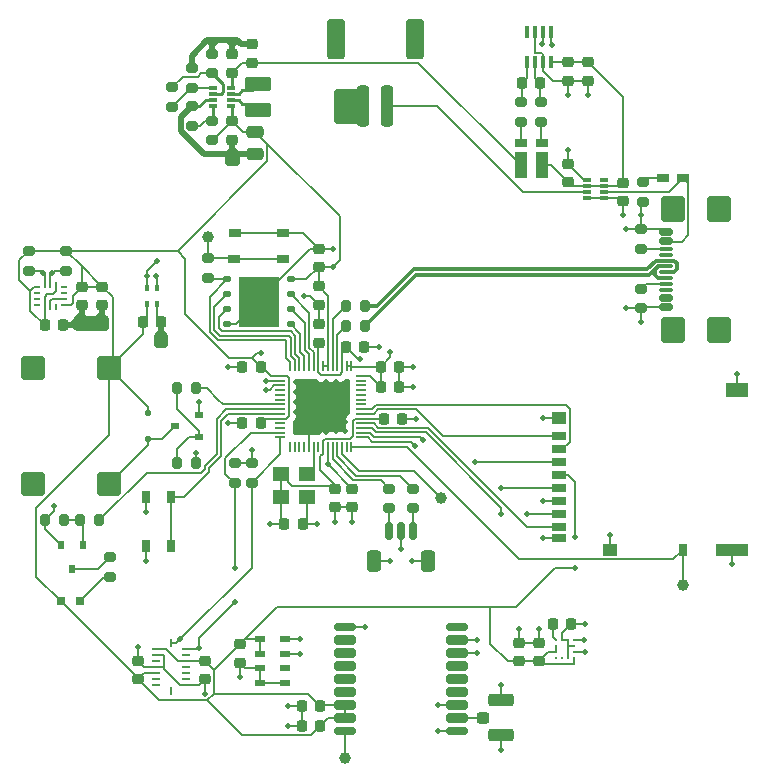
<source format=gbr>
%TF.GenerationSoftware,KiCad,Pcbnew,8.0.4*%
%TF.CreationDate,2024-10-29T22:25:36-05:00*%
%TF.ProjectId,flight-computer-lite,666c6967-6874-42d6-936f-6d7075746572,rev?*%
%TF.SameCoordinates,PX1312d00PY1312d00*%
%TF.FileFunction,Copper,L1,Top*%
%TF.FilePolarity,Positive*%
%FSLAX46Y46*%
G04 Gerber Fmt 4.6, Leading zero omitted, Abs format (unit mm)*
G04 Created by KiCad (PCBNEW 8.0.4) date 2024-10-29 22:25:36*
%MOMM*%
%LPD*%
G01*
G04 APERTURE LIST*
G04 Aperture macros list*
%AMRoundRect*
0 Rectangle with rounded corners*
0 $1 Rounding radius*
0 $2 $3 $4 $5 $6 $7 $8 $9 X,Y pos of 4 corners*
0 Add a 4 corners polygon primitive as box body*
4,1,4,$2,$3,$4,$5,$6,$7,$8,$9,$2,$3,0*
0 Add four circle primitives for the rounded corners*
1,1,$1+$1,$2,$3*
1,1,$1+$1,$4,$5*
1,1,$1+$1,$6,$7*
1,1,$1+$1,$8,$9*
0 Add four rect primitives between the rounded corners*
20,1,$1+$1,$2,$3,$4,$5,0*
20,1,$1+$1,$4,$5,$6,$7,0*
20,1,$1+$1,$6,$7,$8,$9,0*
20,1,$1+$1,$8,$9,$2,$3,0*%
G04 Aperture macros list end*
%TA.AperFunction,Conductor*%
%ADD10C,0.508000*%
%TD*%
%TA.AperFunction,SMDPad,CuDef*%
%ADD11RoundRect,0.062500X-0.175000X-0.062500X0.175000X-0.062500X0.175000X0.062500X-0.175000X0.062500X0*%
%TD*%
%TA.AperFunction,SMDPad,CuDef*%
%ADD12RoundRect,0.062500X-0.062500X-0.175000X0.062500X-0.175000X0.062500X0.175000X-0.062500X0.175000X0*%
%TD*%
%TA.AperFunction,SMDPad,CuDef*%
%ADD13RoundRect,0.150000X0.425000X-0.150000X0.425000X0.150000X-0.425000X0.150000X-0.425000X-0.150000X0*%
%TD*%
%TA.AperFunction,SMDPad,CuDef*%
%ADD14RoundRect,0.075000X0.500000X-0.075000X0.500000X0.075000X-0.500000X0.075000X-0.500000X-0.075000X0*%
%TD*%
%TA.AperFunction,SMDPad,CuDef*%
%ADD15RoundRect,0.250000X0.750000X-0.840000X0.750000X0.840000X-0.750000X0.840000X-0.750000X-0.840000X0*%
%TD*%
%TA.AperFunction,SMDPad,CuDef*%
%ADD16RoundRect,0.175000X-0.725000X-0.175000X0.725000X-0.175000X0.725000X0.175000X-0.725000X0.175000X0*%
%TD*%
%TA.AperFunction,SMDPad,CuDef*%
%ADD17RoundRect,0.200000X-0.700000X-0.200000X0.700000X-0.200000X0.700000X0.200000X-0.700000X0.200000X0*%
%TD*%
%TA.AperFunction,SMDPad,CuDef*%
%ADD18RoundRect,0.225000X0.250000X-0.225000X0.250000X0.225000X-0.250000X0.225000X-0.250000X-0.225000X0*%
%TD*%
%TA.AperFunction,SMDPad,CuDef*%
%ADD19R,1.400000X1.200000*%
%TD*%
%TA.AperFunction,SMDPad,CuDef*%
%ADD20R,1.000000X0.800000*%
%TD*%
%TA.AperFunction,SMDPad,CuDef*%
%ADD21RoundRect,0.200000X0.275000X-0.200000X0.275000X0.200000X-0.275000X0.200000X-0.275000X-0.200000X0*%
%TD*%
%TA.AperFunction,SMDPad,CuDef*%
%ADD22RoundRect,0.200000X-0.200000X-0.275000X0.200000X-0.275000X0.200000X0.275000X-0.200000X0.275000X0*%
%TD*%
%TA.AperFunction,SMDPad,CuDef*%
%ADD23C,1.000000*%
%TD*%
%TA.AperFunction,SMDPad,CuDef*%
%ADD24RoundRect,0.225000X-0.225000X-0.250000X0.225000X-0.250000X0.225000X0.250000X-0.225000X0.250000X0*%
%TD*%
%TA.AperFunction,SMDPad,CuDef*%
%ADD25RoundRect,0.200000X-0.275000X0.200000X-0.275000X-0.200000X0.275000X-0.200000X0.275000X0.200000X0*%
%TD*%
%TA.AperFunction,SMDPad,CuDef*%
%ADD26RoundRect,0.250000X-0.475000X0.250000X-0.475000X-0.250000X0.475000X-0.250000X0.475000X0.250000X0*%
%TD*%
%TA.AperFunction,SMDPad,CuDef*%
%ADD27R,1.050000X0.650000*%
%TD*%
%TA.AperFunction,SMDPad,CuDef*%
%ADD28RoundRect,0.125000X-0.250000X-0.125000X0.250000X-0.125000X0.250000X0.125000X-0.250000X0.125000X0*%
%TD*%
%TA.AperFunction,HeatsinkPad*%
%ADD29R,3.400000X4.300000*%
%TD*%
%TA.AperFunction,SMDPad,CuDef*%
%ADD30R,0.250000X0.275000*%
%TD*%
%TA.AperFunction,SMDPad,CuDef*%
%ADD31R,0.275000X0.250000*%
%TD*%
%TA.AperFunction,SMDPad,CuDef*%
%ADD32R,0.950000X0.550000*%
%TD*%
%TA.AperFunction,SMDPad,CuDef*%
%ADD33RoundRect,0.225000X-0.250000X0.225000X-0.250000X-0.225000X0.250000X-0.225000X0.250000X0.225000X0*%
%TD*%
%TA.AperFunction,SMDPad,CuDef*%
%ADD34RoundRect,0.200000X0.200000X0.275000X-0.200000X0.275000X-0.200000X-0.275000X0.200000X-0.275000X0*%
%TD*%
%TA.AperFunction,SMDPad,CuDef*%
%ADD35RoundRect,0.225000X0.225000X0.250000X-0.225000X0.250000X-0.225000X-0.250000X0.225000X-0.250000X0*%
%TD*%
%TA.AperFunction,SMDPad,CuDef*%
%ADD36RoundRect,0.150000X0.150000X0.625000X-0.150000X0.625000X-0.150000X-0.625000X0.150000X-0.625000X0*%
%TD*%
%TA.AperFunction,SMDPad,CuDef*%
%ADD37RoundRect,0.250000X0.350000X0.650000X-0.350000X0.650000X-0.350000X-0.650000X0.350000X-0.650000X0*%
%TD*%
%TA.AperFunction,SMDPad,CuDef*%
%ADD38R,0.670000X0.300000*%
%TD*%
%TA.AperFunction,SMDPad,CuDef*%
%ADD39R,0.650000X1.050000*%
%TD*%
%TA.AperFunction,SMDPad,CuDef*%
%ADD40R,0.800000X0.750000*%
%TD*%
%TA.AperFunction,SMDPad,CuDef*%
%ADD41R,0.300000X0.500000*%
%TD*%
%TA.AperFunction,SMDPad,CuDef*%
%ADD42R,1.014000X0.762000*%
%TD*%
%TA.AperFunction,SMDPad,CuDef*%
%ADD43R,1.014000X2.290000*%
%TD*%
%TA.AperFunction,SMDPad,CuDef*%
%ADD44R,1.200000X0.700000*%
%TD*%
%TA.AperFunction,SMDPad,CuDef*%
%ADD45R,0.800000X1.000000*%
%TD*%
%TA.AperFunction,SMDPad,CuDef*%
%ADD46R,1.200000X1.000000*%
%TD*%
%TA.AperFunction,SMDPad,CuDef*%
%ADD47R,2.800000X1.000000*%
%TD*%
%TA.AperFunction,SMDPad,CuDef*%
%ADD48R,1.900000X1.300000*%
%TD*%
%TA.AperFunction,SMDPad,CuDef*%
%ADD49R,0.450000X1.050000*%
%TD*%
%TA.AperFunction,SMDPad,CuDef*%
%ADD50RoundRect,0.125000X-0.125000X0.125000X-0.125000X-0.125000X0.125000X-0.125000X0.125000X0.125000X0*%
%TD*%
%TA.AperFunction,SMDPad,CuDef*%
%ADD51RoundRect,0.250000X0.250000X1.500000X-0.250000X1.500000X-0.250000X-1.500000X0.250000X-1.500000X0*%
%TD*%
%TA.AperFunction,SMDPad,CuDef*%
%ADD52RoundRect,0.250001X0.499999X1.449999X-0.499999X1.449999X-0.499999X-1.449999X0.499999X-1.449999X0*%
%TD*%
%TA.AperFunction,SMDPad,CuDef*%
%ADD53R,0.600000X0.700000*%
%TD*%
%TA.AperFunction,SMDPad,CuDef*%
%ADD54RoundRect,0.250000X-0.850000X0.375000X-0.850000X-0.375000X0.850000X-0.375000X0.850000X0.375000X0*%
%TD*%
%TA.AperFunction,SMDPad,CuDef*%
%ADD55RoundRect,0.050000X-0.387500X-0.050000X0.387500X-0.050000X0.387500X0.050000X-0.387500X0.050000X0*%
%TD*%
%TA.AperFunction,SMDPad,CuDef*%
%ADD56RoundRect,0.050000X-0.050000X-0.387500X0.050000X-0.387500X0.050000X0.387500X-0.050000X0.387500X0*%
%TD*%
%TA.AperFunction,HeatsinkPad*%
%ADD57R,3.200000X3.200000*%
%TD*%
%TA.AperFunction,SMDPad,CuDef*%
%ADD58RoundRect,0.250000X-0.275000X-0.250000X0.275000X-0.250000X0.275000X0.250000X-0.275000X0.250000X0*%
%TD*%
%TA.AperFunction,SMDPad,CuDef*%
%ADD59RoundRect,0.250000X-0.850000X-0.275000X0.850000X-0.275000X0.850000X0.275000X-0.850000X0.275000X0*%
%TD*%
%TA.AperFunction,SMDPad,CuDef*%
%ADD60R,0.675000X0.250000*%
%TD*%
%TA.AperFunction,SMDPad,CuDef*%
%ADD61R,0.250000X0.675000*%
%TD*%
%TA.AperFunction,SMDPad,CuDef*%
%ADD62R,0.700000X0.600000*%
%TD*%
%TA.AperFunction,SMDPad,CuDef*%
%ADD63RoundRect,0.250000X0.750000X0.750000X-0.750000X0.750000X-0.750000X-0.750000X0.750000X-0.750000X0*%
%TD*%
%TA.AperFunction,ViaPad*%
%ADD64C,0.508000*%
%TD*%
%TA.AperFunction,Conductor*%
%ADD65C,0.200000*%
%TD*%
%TA.AperFunction,Conductor*%
%ADD66C,0.228600*%
%TD*%
%TA.AperFunction,Conductor*%
%ADD67C,0.300000*%
%TD*%
G04 APERTURE END LIST*
%TO.N,GND*%
D10*
X7250000Y-25975000D02*
X9700000Y-25975000D01*
X9700000Y-26725000D01*
X7250000Y-26725000D01*
X7250000Y-25975000D01*
%TA.AperFunction,Conductor*%
G36*
X7250000Y-25975000D02*
G01*
X9700000Y-25975000D01*
X9700000Y-26725000D01*
X7250000Y-26725000D01*
X7250000Y-25975000D01*
G37*
%TD.AperFunction*%
X29250500Y-6725500D02*
X30000500Y-6725500D01*
X30000500Y-9175500D01*
X29250500Y-9175500D01*
X29250500Y-6725500D01*
%TA.AperFunction,Conductor*%
G36*
X29250500Y-6725500D02*
G01*
X30000500Y-6725500D01*
X30000500Y-9175500D01*
X29250500Y-9175500D01*
X29250500Y-6725500D01*
G37*
%TD.AperFunction*%
X20012000Y-11969000D02*
X20762000Y-11969000D01*
X20762000Y-12719000D01*
X20012000Y-12719000D01*
X20012000Y-11969000D01*
%TA.AperFunction,Conductor*%
G36*
X20012000Y-11969000D02*
G01*
X20762000Y-11969000D01*
X20762000Y-12719000D01*
X20012000Y-12719000D01*
X20012000Y-11969000D01*
G37*
%TD.AperFunction*%
X30000500Y-6725500D02*
X31500500Y-6725500D01*
X31500500Y-9175500D01*
X30000500Y-9175500D01*
X30000500Y-6725500D01*
%TA.AperFunction,Conductor*%
G36*
X30000500Y-6725500D02*
G01*
X31500500Y-6725500D01*
X31500500Y-9175500D01*
X30000500Y-9175500D01*
X30000500Y-6725500D01*
G37*
%TD.AperFunction*%
X13985000Y-27400000D02*
X14735000Y-27400000D01*
X14735000Y-28150000D01*
X13985000Y-28150000D01*
X13985000Y-27400000D01*
%TA.AperFunction,Conductor*%
G36*
X13985000Y-27400000D02*
G01*
X14735000Y-27400000D01*
X14735000Y-28150000D01*
X13985000Y-28150000D01*
X13985000Y-27400000D01*
G37*
%TD.AperFunction*%
%TD*%
D11*
%TO.P,U3,1,AP_SDO/AP_AD0*%
%TO.N,+3V3*%
X3835000Y-23250000D03*
%TO.P,U3,2,RESV_2*%
%TO.N,unconnected-(U3-RESV_2-Pad2)*%
X3835000Y-23750000D03*
%TO.P,U3,3,RESV_3*%
%TO.N,unconnected-(U3-RESV_3-Pad3)*%
X3835000Y-24250000D03*
%TO.P,U3,4,INT1/INT*%
%TO.N,unconnected-(U3-INT1{slash}INT-Pad4)*%
X3835000Y-24750000D03*
D12*
%TO.P,U3,5,VDDIO*%
%TO.N,+3V3*%
X4500000Y-24915000D03*
%TO.P,U3,6,GND*%
%TO.N,GND*%
X5000000Y-24915000D03*
%TO.P,U3,7,RESV_7*%
%TO.N,unconnected-(U3-RESV_7-Pad7)*%
X5500000Y-24915000D03*
D11*
%TO.P,U3,8,VDD*%
%TO.N,+3V3*%
X6165000Y-24750000D03*
%TO.P,U3,9,INT2/FSYNC/CLKIN*%
%TO.N,GND*%
X6165000Y-24250000D03*
%TO.P,U3,10,RESV_10*%
%TO.N,unconnected-(U3-RESV_10-Pad10)*%
X6165000Y-23750000D03*
%TO.P,U3,11,RESV_11*%
%TO.N,unconnected-(U3-RESV_11-Pad11)*%
X6165000Y-23250000D03*
D12*
%TO.P,U3,12,AP_CS*%
%TO.N,+3V3*%
X5500000Y-23085000D03*
%TO.P,U3,13,AP_SCL/AP_SCLK*%
%TO.N,/I2C Bus 1/I2C_1_SCL*%
X5000000Y-23085000D03*
%TO.P,U3,14,AP_SDA/AP_SDIO/AP_SDI*%
%TO.N,/I2C Bus 1/I2C_1_SDA*%
X4500000Y-23085000D03*
%TD*%
D13*
%TO.P,J1,A1,GND*%
%TO.N,GND*%
X57140000Y-24950000D03*
%TO.P,J1,A4,VBUS*%
%TO.N,VBUS*%
X57140000Y-24150000D03*
D14*
%TO.P,J1,A5,CC1*%
%TO.N,Net-(J1-CC1)*%
X57140000Y-23000000D03*
%TO.P,J1,A6,D+*%
%TO.N,/USB_D+*%
X57140000Y-22000000D03*
%TO.P,J1,A7,D-*%
%TO.N,/USB_D-*%
X57140000Y-21500000D03*
%TO.P,J1,A8,SBU1*%
%TO.N,unconnected-(J1-SBU1-PadA8)*%
X57140000Y-20500000D03*
D13*
%TO.P,J1,A9,VBUS*%
%TO.N,VBUS*%
X57140000Y-19350000D03*
%TO.P,J1,A12,GND*%
%TO.N,GND*%
X57140000Y-18550000D03*
%TO.P,J1,B1,GND*%
X57140000Y-18550000D03*
%TO.P,J1,B4,VBUS*%
%TO.N,VBUS*%
X57140000Y-19350000D03*
D14*
%TO.P,J1,B5,CC2*%
%TO.N,Net-(J1-CC2)*%
X57140000Y-20000000D03*
%TO.P,J1,B6,D+*%
%TO.N,/USB_D+*%
X57140000Y-21000000D03*
%TO.P,J1,B7,D-*%
%TO.N,/USB_D-*%
X57140000Y-22500000D03*
%TO.P,J1,B8,SBU2*%
%TO.N,unconnected-(J1-SBU2-PadB8)*%
X57140000Y-23500000D03*
D13*
%TO.P,J1,B9,VBUS*%
%TO.N,VBUS*%
X57140000Y-24150000D03*
%TO.P,J1,B12,GND*%
%TO.N,GND*%
X57140000Y-24950000D03*
D15*
%TO.P,J1,S1,SHIELD*%
%TO.N,unconnected-(J1-SHIELD-PadS1)_2*%
X57715000Y-26860000D03*
%TO.N,unconnected-(J1-SHIELD-PadS1)_1*%
X61645000Y-26860000D03*
%TO.N,unconnected-(J1-SHIELD-PadS1)_3*%
X57715000Y-16640000D03*
%TO.N,unconnected-(J1-SHIELD-PadS1)*%
X61645000Y-16640000D03*
%TD*%
D16*
%TO.P,U12,1,GND*%
%TO.N,GND*%
X29951000Y-52002000D03*
D17*
%TO.P,U12,2,TXD*%
%TO.N,unconnected-(U12-TXD-Pad2)*%
X29951000Y-53102000D03*
%TO.P,U12,3,RXD*%
%TO.N,unconnected-(U12-RXD-Pad3)*%
X29951000Y-54202000D03*
%TO.P,U12,4,TIMEPULSE*%
%TO.N,unconnected-(U12-TIMEPULSE-Pad4)*%
X29951000Y-55302000D03*
%TO.P,U12,5,EXTINT*%
%TO.N,unconnected-(U12-EXTINT-Pad5)*%
X29951000Y-56402000D03*
%TO.P,U12,6,V_BCKP*%
%TO.N,unconnected-(U12-V_BCKP-Pad6)*%
X29951000Y-57502000D03*
%TO.P,U12,7,VCC_IO*%
%TO.N,+3V3*%
X29951000Y-58602000D03*
%TO.P,U12,8,VCC*%
X29951000Y-59702000D03*
D16*
%TO.P,U12,9,~{RESET}*%
%TO.N,Net-(U12-~{RESET})*%
X29951000Y-60802000D03*
%TO.P,U12,10,GND*%
%TO.N,GND*%
X39451000Y-60802000D03*
D17*
%TO.P,U12,11,RF_IN*%
%TO.N,Net-(AE1-A)*%
X39451000Y-59702000D03*
%TO.P,U12,12,GND*%
%TO.N,GND*%
X39451000Y-58602000D03*
%TO.P,U12,13,LNA_EN*%
%TO.N,unconnected-(U12-LNA_EN-Pad13)*%
X39451000Y-57502000D03*
%TO.P,U12,14,VCC_RF*%
%TO.N,unconnected-(U12-VCC_RF-Pad14)*%
X39451000Y-56402000D03*
%TO.P,U12,15,VIO_SEL*%
%TO.N,unconnected-(U12-VIO_SEL-Pad15)*%
X39451000Y-55302000D03*
%TO.P,U12,16,SDA*%
%TO.N,/I2C Bus 2/I2C_2_SDA*%
X39451000Y-54202000D03*
%TO.P,U12,17,SCL*%
%TO.N,/I2C Bus 2/I2C_2_SCL*%
X39451000Y-53102000D03*
D16*
%TO.P,U12,18,~{SAFEBOOT}*%
%TO.N,unconnected-(U12-~{SAFEBOOT}-Pad18)*%
X39451000Y-52002000D03*
%TD*%
D18*
%TO.P,C24,1*%
%TO.N,GND*%
X53440000Y-15950000D03*
%TO.P,C24,2*%
%TO.N,/PSU/+IN*%
X53440000Y-14400000D03*
%TD*%
D19*
%TO.P,Y1,1,OE*%
%TO.N,+3V3*%
X24482000Y-41005000D03*
%TO.P,Y1,2,GND*%
%TO.N,GND*%
X26682000Y-41005000D03*
%TO.P,Y1,3,OUT*%
%TO.N,/XIN*%
X26682000Y-39105000D03*
%TO.P,Y1,4,VDD*%
%TO.N,+3V3*%
X24482000Y-39105000D03*
%TD*%
D20*
%TO.P,LED1,1,K*%
%TO.N,Net-(LED1-K)*%
X56865000Y-14010000D03*
%TO.P,LED1,2,A*%
%TO.N,VBUS*%
X58565000Y-14010000D03*
%TD*%
D21*
%TO.P,R20,1*%
%TO.N,/PSU/+SNS*%
X46565000Y-9247000D03*
%TO.P,R20,2*%
%TO.N,Net-(U8-IN-)*%
X46565000Y-7597000D03*
%TD*%
D22*
%TO.P,R1,1*%
%TO.N,Net-(Q2-G)*%
X15715000Y-38180000D03*
%TO.P,R1,2*%
%TO.N,GND*%
X17365000Y-38180000D03*
%TD*%
D23*
%TO.P,TP3,1,1*%
%TO.N,/CARD_DET*%
X58550000Y-48480000D03*
%TD*%
%TO.P,TP2,1,1*%
%TO.N,/RUN*%
X38101000Y-41125000D03*
%TD*%
D24*
%TO.P,C20,1*%
%TO.N,Net-(U8-IN+)*%
X44940000Y-5972000D03*
%TO.P,C20,2*%
%TO.N,Net-(U8-IN-)*%
X46490000Y-5972000D03*
%TD*%
%TO.P,C22,1*%
%TO.N,+3V3*%
X33208000Y-34375000D03*
%TO.P,C22,2*%
%TO.N,GND*%
X34758000Y-34375000D03*
%TD*%
D25*
%TO.P,R7,1*%
%TO.N,Net-(LED1-K)*%
X55140000Y-14350000D03*
%TO.P,R7,2*%
%TO.N,GND*%
X55140000Y-16000000D03*
%TD*%
D26*
%TO.P,C17,1*%
%TO.N,+3V3*%
X22337000Y-10105000D03*
%TO.P,C17,2*%
%TO.N,GND*%
X22337000Y-12005000D03*
%TD*%
D27*
%TO.P,SW1,1,1*%
%TO.N,/BOOTSEL*%
X24722500Y-20840000D03*
X20572500Y-20840000D03*
%TO.P,SW1,2,2*%
%TO.N,GND*%
X24722500Y-18690000D03*
X20597500Y-18690000D03*
%TD*%
D18*
%TO.P,C10,1*%
%TO.N,GND*%
X9385000Y-24775000D03*
%TO.P,C10,2*%
%TO.N,+3V3*%
X9385000Y-23225000D03*
%TD*%
D28*
%TO.P,U2,1,~{CS}*%
%TO.N,/QSPI_SS*%
X19947500Y-22590000D03*
%TO.P,U2,2,DO(IO1)*%
%TO.N,/QSPI_SD1*%
X19947500Y-23860000D03*
%TO.P,U2,3,IO2*%
%TO.N,/QSPI_SD2*%
X19947500Y-25130000D03*
%TO.P,U2,4,GND*%
%TO.N,GND*%
X19947500Y-26400000D03*
%TO.P,U2,5,DI(IO0)*%
%TO.N,/QSPI_SD0*%
X25347500Y-26400000D03*
%TO.P,U2,6,CLK*%
%TO.N,/QSPI_SCLK*%
X25347500Y-25130000D03*
%TO.P,U2,7,IO3*%
%TO.N,/QSPI_SD3*%
X25347500Y-23860000D03*
%TO.P,U2,8,VCC*%
%TO.N,+3V3*%
X25347500Y-22590000D03*
D29*
%TO.P,U2,9,EP*%
%TO.N,GND*%
X22647500Y-24495000D03*
%TD*%
D25*
%TO.P,R21,1*%
%TO.N,+3V3*%
X6350000Y-20195000D03*
%TO.P,R21,2*%
%TO.N,/I2C Bus 1/I2C_1_SCL*%
X6350000Y-21845000D03*
%TD*%
D30*
%TO.P,U5,1,SCL/SPC*%
%TO.N,/I2C Bus 2/I2C_2_SCL*%
X49287500Y-53145500D03*
%TO.P,U5,2,GND*%
%TO.N,GND*%
X48787500Y-53145500D03*
%TO.P,U5,3,GND*%
X48287500Y-53145500D03*
%TO.P,U5,4,C1*%
%TO.N,Net-(U5-C1)*%
X47787500Y-53145500D03*
D31*
%TO.P,U5,5,Vdd*%
%TO.N,+3V3*%
X47775000Y-53658000D03*
%TO.P,U5,6,Vdd_IO*%
X47775000Y-54158000D03*
D30*
%TO.P,U5,7,INT*%
%TO.N,unconnected-(U5-INT-Pad7)*%
X47787500Y-54670500D03*
%TO.P,U5,8,DRDY*%
%TO.N,unconnected-(U5-DRDY-Pad8)*%
X48287500Y-54670500D03*
%TO.P,U5,9,SDO/SA1*%
%TO.N,GND*%
X48787500Y-54670500D03*
%TO.P,U5,10,~{CS}*%
%TO.N,+3V3*%
X49287500Y-54670500D03*
D31*
%TO.P,U5,11,SDA/SDI/SDO*%
%TO.N,/I2C Bus 2/I2C_2_SDA*%
X49300000Y-54158000D03*
%TO.P,U5,12,GND*%
%TO.N,GND*%
X49300000Y-53658000D03*
%TD*%
D18*
%TO.P,C18,1*%
%TO.N,GND*%
X48790000Y-5768000D03*
%TO.P,C18,2*%
%TO.N,/PSU/+IN*%
X48790000Y-4218000D03*
%TD*%
D32*
%TO.P,U9,1,VDD*%
%TO.N,+3V3*%
X22721000Y-53027000D03*
%TO.P,U9,2,PS*%
X22721000Y-54277000D03*
%TO.P,U9,3,GND*%
%TO.N,GND*%
X22721000Y-55527000D03*
%TO.P,U9,4,CSB*%
X22721000Y-56777000D03*
%TO.P,U9,5,CSB*%
X24871000Y-56777000D03*
%TO.P,U9,6,SDO*%
%TO.N,unconnected-(U9-SDO-Pad6)*%
X24871000Y-55527000D03*
%TO.P,U9,7,SDI/SDA*%
%TO.N,/I2C Bus 2/I2C_2_SDA*%
X24871000Y-54277000D03*
%TO.P,U9,8,SCLK*%
%TO.N,/I2C Bus 2/I2C_2_SCL*%
X24871000Y-53027000D03*
%TD*%
D33*
%TO.P,C5,1*%
%TO.N,GND*%
X12411000Y-54882000D03*
%TO.P,C5,2*%
%TO.N,+3V3*%
X12411000Y-56432000D03*
%TD*%
D34*
%TO.P,R5,1*%
%TO.N,/USB_D+*%
X31632500Y-24875000D03*
%TO.P,R5,2*%
%TO.N,/CPU_USB_D+*%
X29982500Y-24875000D03*
%TD*%
D35*
%TO.P,C12,1*%
%TO.N,GND*%
X14360000Y-26175000D03*
%TO.P,C12,2*%
%TO.N,+3V3*%
X12810000Y-26175000D03*
%TD*%
D33*
%TO.P,C3,1*%
%TO.N,GND*%
X44687000Y-53363000D03*
%TO.P,C3,2*%
%TO.N,+3V3*%
X44687000Y-54913000D03*
%TD*%
D21*
%TO.P,R3,1*%
%TO.N,GND*%
X54990000Y-25050000D03*
%TO.P,R3,2*%
%TO.N,Net-(J1-CC1)*%
X54990000Y-23400000D03*
%TD*%
D36*
%TO.P,J4,1,Pin_1*%
%TO.N,/SWDIO*%
X35701000Y-43879000D03*
%TO.P,J4,2,Pin_2*%
%TO.N,GND*%
X34701000Y-43879000D03*
%TO.P,J4,3,Pin_3*%
%TO.N,/SWCLK*%
X33701000Y-43879000D03*
D37*
%TO.P,J4,MP*%
%TO.N,GND*%
X37001000Y-46404000D03*
X32401000Y-46404000D03*
%TD*%
D34*
%TO.P,R6,1*%
%TO.N,/USB_D-*%
X31632500Y-26575000D03*
%TO.P,R6,2*%
%TO.N,/CPU_USB_D-*%
X29982500Y-26575000D03*
%TD*%
D38*
%TO.P,U7,1,VOUT*%
%TO.N,+3V3*%
X20277100Y-7905000D03*
%TO.P,U7,2,LX2*%
%TO.N,Net-(U7-LX2)*%
X20277100Y-7405000D03*
%TO.P,U7,3,LX1*%
%TO.N,Net-(U7-LX1)*%
X20277100Y-6905000D03*
%TO.P,U7,4,VIN*%
%TO.N,/PSU/-IN*%
X20277100Y-6405000D03*
%TO.P,U7,5,EN*%
X18797100Y-6405000D03*
%TO.P,U7,6,MODE*%
%TO.N,Net-(U7-MODE)*%
X18797100Y-6905000D03*
%TO.P,U7,7,GND*%
%TO.N,GND*%
X18797100Y-7405000D03*
%TO.P,U7,8,FB*%
%TO.N,/PSU/TPS_FB*%
X18797100Y-7905000D03*
%TD*%
D18*
%TO.P,C14,1*%
%TO.N,/PSU/-IN*%
X22087000Y-4255000D03*
%TO.P,C14,2*%
%TO.N,GND*%
X22087000Y-2705000D03*
%TD*%
D33*
%TO.P,C26,1*%
%TO.N,+3V3*%
X27707500Y-23190000D03*
%TO.P,C26,2*%
%TO.N,GND*%
X27707500Y-24740000D03*
%TD*%
%TO.P,C28,1*%
%TO.N,+3V3*%
X29111500Y-40349500D03*
%TO.P,C28,2*%
%TO.N,GND*%
X29111500Y-41899500D03*
%TD*%
D35*
%TO.P,C1,1*%
%TO.N,GND*%
X49082500Y-51733000D03*
%TO.P,C1,2*%
%TO.N,Net-(U5-C1)*%
X47532500Y-51733000D03*
%TD*%
D33*
%TO.P,C32,1*%
%TO.N,+1V1*%
X30571500Y-40349500D03*
%TO.P,C32,2*%
%TO.N,GND*%
X30571500Y-41899500D03*
%TD*%
D21*
%TO.P,R16,1*%
%TO.N,/PSU/-IN*%
X16987000Y-6380000D03*
%TO.P,R16,2*%
%TO.N,GND*%
X16987000Y-4730000D03*
%TD*%
D39*
%TO.P,SW2,1,1*%
%TO.N,/USR_BTN*%
X15215000Y-41025000D03*
X15215000Y-45175000D03*
%TO.P,SW2,2,2*%
%TO.N,GND*%
X13065000Y-41025000D03*
X13065000Y-45150000D03*
%TD*%
D34*
%TO.P,R2,1*%
%TO.N,/BUZZER_CTL*%
X17365000Y-31820000D03*
%TO.P,R2,2*%
%TO.N,Net-(Q2-G)*%
X15715000Y-31820000D03*
%TD*%
%TO.P,R25,1*%
%TO.N,/USR_LED*%
X9125000Y-43000000D03*
%TO.P,R25,2*%
%TO.N,Net-(Q1-G)*%
X7475000Y-43000000D03*
%TD*%
D21*
%TO.P,R19,1*%
%TO.N,/PSU/-SNS*%
X44865000Y-9247000D03*
%TO.P,R19,2*%
%TO.N,Net-(U8-IN+)*%
X44865000Y-7597000D03*
%TD*%
D18*
%TO.P,C19,1*%
%TO.N,GND*%
X50490000Y-5768000D03*
%TO.P,C19,2*%
%TO.N,/PSU/+IN*%
X50490000Y-4218000D03*
%TD*%
%TO.P,C33,1*%
%TO.N,+1V1*%
X27707500Y-27940000D03*
%TO.P,C33,2*%
%TO.N,GND*%
X27707500Y-26390000D03*
%TD*%
D35*
%TO.P,C11,1*%
%TO.N,GND*%
X6050000Y-26435000D03*
%TO.P,C11,2*%
%TO.N,+3V3*%
X4500000Y-26435000D03*
%TD*%
D24*
%TO.P,C30,1*%
%TO.N,+3V3*%
X32958000Y-29975000D03*
%TO.P,C30,2*%
%TO.N,GND*%
X34508000Y-29975000D03*
%TD*%
D23*
%TO.P,TP1,1,1*%
%TO.N,/BOOTSEL*%
X18347500Y-19000000D03*
%TD*%
D24*
%TO.P,C21,1*%
%TO.N,+3V3*%
X24807000Y-43335000D03*
%TO.P,C21,2*%
%TO.N,GND*%
X26357000Y-43335000D03*
%TD*%
D18*
%TO.P,C7,1*%
%TO.N,GND*%
X21021000Y-55052000D03*
%TO.P,C7,2*%
%TO.N,+3V3*%
X21021000Y-53502000D03*
%TD*%
D21*
%TO.P,R12,1*%
%TO.N,+3V3*%
X18687000Y-10819000D03*
%TO.P,R12,2*%
%TO.N,/PSU/TPS_FB*%
X18687000Y-9169000D03*
%TD*%
D23*
%TO.P,TP4,1,1*%
%TO.N,Net-(U12-~{RESET})*%
X29951000Y-63152000D03*
%TD*%
D40*
%TO.P,LED2,1,K*%
%TO.N,Net-(LED2-K)*%
X7470000Y-49830000D03*
%TO.P,LED2,2,A*%
%TO.N,+3V3*%
X5870000Y-49830000D03*
%TD*%
D38*
%TO.P,U11,1,GND*%
%TO.N,GND*%
X50400000Y-14175000D03*
%TO.P,U11,2,VOUT*%
%TO.N,/PSU/+IN*%
X50400000Y-14675000D03*
%TO.P,U11,3,VIN1*%
%TO.N,+BATT*%
X50400000Y-15175000D03*
%TO.P,U11,4,ON*%
%TO.N,GND*%
X50400000Y-15675000D03*
%TO.P,U11,5,GND*%
X51880000Y-15675000D03*
%TO.P,U11,6,VIN2*%
%TO.N,VBUS*%
X51880000Y-15175000D03*
%TO.P,U11,7,VOUT*%
%TO.N,/PSU/+IN*%
X51880000Y-14675000D03*
%TO.P,U11,8,ST*%
%TO.N,/PSU/POR_ST*%
X51880000Y-14175000D03*
%TD*%
D18*
%TO.P,C15,1*%
%TO.N,/PSU/-IN*%
X20387000Y-5091000D03*
%TO.P,C15,2*%
%TO.N,GND*%
X20387000Y-3541000D03*
%TD*%
D41*
%TO.P,U6,1,SDA*%
%TO.N,/I2C Bus 1/I2C_1_SDA*%
X13985000Y-23300000D03*
%TO.P,U6,2,SCL*%
%TO.N,/I2C Bus 1/I2C_1_SCL*%
X13185000Y-23300000D03*
%TO.P,U6,3,VDD*%
%TO.N,+3V3*%
X13185000Y-24700000D03*
%TO.P,U6,4,VSS*%
%TO.N,GND*%
X13985000Y-24700000D03*
%TD*%
D25*
%TO.P,R10,1*%
%TO.N,+3V3*%
X20592000Y-38160000D03*
%TO.P,R10,2*%
%TO.N,/I2C Bus 2/I2C_2_SDA*%
X20592000Y-39810000D03*
%TD*%
D42*
%TO.P,R17,1,1*%
%TO.N,/PSU/-SNS*%
X44827000Y-11028000D03*
D43*
%TO.P,R17,2,2*%
%TO.N,/PSU/-IN*%
X44827000Y-12935000D03*
%TO.P,R17,3,3*%
%TO.N,/PSU/+IN*%
X46603000Y-12935000D03*
D42*
%TO.P,R17,4,4*%
%TO.N,/PSU/+SNS*%
X46603000Y-11028000D03*
%TD*%
D25*
%TO.P,R18,1*%
%TO.N,+3V3*%
X3150000Y-20195000D03*
%TO.P,R18,2*%
%TO.N,/I2C Bus 1/I2C_1_SDA*%
X3150000Y-21845000D03*
%TD*%
D21*
%TO.P,R13,1*%
%TO.N,/PSU/TPS_FB*%
X16987000Y-9580000D03*
%TO.P,R13,2*%
%TO.N,GND*%
X16987000Y-7930000D03*
%TD*%
D33*
%TO.P,C2,1*%
%TO.N,GND*%
X46387000Y-53363000D03*
%TO.P,C2,2*%
%TO.N,+3V3*%
X46387000Y-54913000D03*
%TD*%
D44*
%TO.P,J2,1,DAT2*%
%TO.N,/DAT2*%
X48050000Y-35880000D03*
%TO.P,J2,2,DAT3/CD*%
%TO.N,/DAT3{slash}CS*%
X48050000Y-36980000D03*
%TO.P,J2,3,CMD*%
%TO.N,/CMD{slash}MOSI*%
X48050000Y-38080000D03*
%TO.P,J2,4,VDD*%
%TO.N,+3V3*%
X48050000Y-39180000D03*
%TO.P,J2,5,CLK*%
%TO.N,/SD_CLK*%
X48050000Y-40280000D03*
%TO.P,J2,6,VSS*%
%TO.N,GND*%
X48050000Y-41380000D03*
%TO.P,J2,7,DAT0*%
%TO.N,/DAT0{slash}MISO*%
X48050000Y-42480000D03*
%TO.P,J2,8,DAT1*%
%TO.N,/DAT1*%
X48050000Y-43580000D03*
%TO.P,J2,9,DET_B*%
%TO.N,GND*%
X48050000Y-44530000D03*
D45*
%TO.P,J2,10,DET_A*%
%TO.N,/CARD_DET*%
X58550000Y-45480000D03*
D46*
%TO.P,J2,11,SHIELD*%
%TO.N,GND*%
X52350000Y-45480000D03*
D47*
X62700000Y-45480000D03*
D46*
X48050000Y-34330000D03*
D48*
X63150000Y-31980000D03*
%TD*%
D21*
%TO.P,R15,1*%
%TO.N,Net-(U7-MODE)*%
X18687000Y-5141000D03*
%TO.P,R15,2*%
%TO.N,GND*%
X18687000Y-3491000D03*
%TD*%
D49*
%TO.P,U8,1,IN+*%
%TO.N,Net-(U8-IN+)*%
X45390000Y-4218000D03*
%TO.P,U8,2,IN-*%
%TO.N,Net-(U8-IN-)*%
X46040000Y-4218000D03*
%TO.P,U8,3,GND*%
%TO.N,GND*%
X46690000Y-4218000D03*
%TO.P,U8,4,VS*%
%TO.N,/PSU/+IN*%
X47340000Y-4218000D03*
%TO.P,U8,5,SCL*%
%TO.N,/I2C Bus 1/I2C_1_SCL*%
X47340000Y-1618000D03*
%TO.P,U8,6,SDA*%
%TO.N,/I2C Bus 1/I2C_1_SDA*%
X46690000Y-1618000D03*
%TO.P,U8,7,A0*%
%TO.N,GND*%
X46040000Y-1618000D03*
%TO.P,U8,8,ALERT*%
%TO.N,/PSU/PMON_ALERT*%
X45390000Y-1618000D03*
%TD*%
D18*
%TO.P,C13,1*%
%TO.N,+3V3*%
X27707500Y-21540000D03*
%TO.P,C13,2*%
%TO.N,GND*%
X27707500Y-19990000D03*
%TD*%
D25*
%TO.P,R4,1*%
%TO.N,GND*%
X54990000Y-18350000D03*
%TO.P,R4,2*%
%TO.N,Net-(J1-CC2)*%
X54990000Y-20000000D03*
%TD*%
D24*
%TO.P,C35,1*%
%TO.N,GND*%
X26301000Y-60377000D03*
%TO.P,C35,2*%
%TO.N,+3V3*%
X27851000Y-60377000D03*
%TD*%
D50*
%TO.P,D1,1,K*%
%TO.N,+3V3*%
X13240000Y-33900000D03*
%TO.P,D1,2,A*%
%TO.N,Net-(BZ1--)*%
X13240000Y-36100000D03*
%TD*%
D51*
%TO.P,J3,1,Pin_1*%
%TO.N,+BATT*%
X33500000Y-7950000D03*
%TO.P,J3,2,Pin_2*%
%TO.N,GND*%
X31500000Y-7950000D03*
D52*
%TO.P,J3,MP*%
%TO.N,N/C*%
X35850000Y-2200000D03*
X29150000Y-2200000D03*
%TD*%
D18*
%TO.P,C25,1*%
%TO.N,/PSU/+IN*%
X48840000Y-14375000D03*
%TO.P,C25,2*%
%TO.N,GND*%
X48840000Y-12825000D03*
%TD*%
D21*
%TO.P,R14,1*%
%TO.N,/PSU/-IN*%
X15287000Y-7980000D03*
%TO.P,R14,2*%
%TO.N,Net-(U7-MODE)*%
X15287000Y-6330000D03*
%TD*%
D18*
%TO.P,C4,1*%
%TO.N,GND*%
X18061000Y-56457000D03*
%TO.P,C4,2*%
%TO.N,+3V3*%
X18061000Y-54907000D03*
%TD*%
D53*
%TO.P,Q1,1,G*%
%TO.N,Net-(Q1-G)*%
X7770000Y-45080000D03*
%TO.P,Q1,2,S*%
%TO.N,GND*%
X5870000Y-45080000D03*
%TO.P,Q1,3,D*%
%TO.N,Net-(Q1-D)*%
X6820000Y-47080000D03*
%TD*%
D54*
%TO.P,L1,1,1*%
%TO.N,Net-(U7-LX1)*%
X22543000Y-6080000D03*
%TO.P,L1,2,2*%
%TO.N,Net-(U7-LX2)*%
X22543000Y-8230000D03*
%TD*%
D34*
%TO.P,R24,1*%
%TO.N,Net-(Q1-G)*%
X6165000Y-43000000D03*
%TO.P,R24,2*%
%TO.N,GND*%
X4515000Y-43000000D03*
%TD*%
D24*
%TO.P,C31,1*%
%TO.N,+1V1*%
X30032500Y-28275000D03*
%TO.P,C31,2*%
%TO.N,GND*%
X31582500Y-28275000D03*
%TD*%
D18*
%TO.P,C6,1*%
%TO.N,GND*%
X7685000Y-24775000D03*
%TO.P,C6,2*%
%TO.N,+3V3*%
X7685000Y-23225000D03*
%TD*%
D25*
%TO.P,R9,1*%
%TO.N,+3V3*%
X22052000Y-38160000D03*
%TO.P,R9,2*%
%TO.N,/I2C Bus 2/I2C_2_SCL*%
X22052000Y-39810000D03*
%TD*%
D24*
%TO.P,C34,1*%
%TO.N,GND*%
X26301000Y-58677000D03*
%TO.P,C34,2*%
%TO.N,+3V3*%
X27851000Y-58677000D03*
%TD*%
D21*
%TO.P,R8,1*%
%TO.N,/SWCLK*%
X33701000Y-41949000D03*
%TO.P,R8,2*%
%TO.N,Net-(U1-SWCLK)*%
X33701000Y-40299000D03*
%TD*%
D55*
%TO.P,U1,1,IOVDD*%
%TO.N,+3V3*%
X24445000Y-30775000D03*
%TO.P,U1,2,GPIO0*%
%TO.N,/I2C Bus 1/I2C_1_SDA*%
X24445000Y-31175000D03*
%TO.P,U1,3,GPIO1*%
%TO.N,/I2C Bus 1/I2C_1_SCL*%
X24445000Y-31575000D03*
%TO.P,U1,4,GPIO2*%
%TO.N,unconnected-(U1-GPIO2-Pad4)*%
X24445000Y-31975000D03*
%TO.P,U1,5,GPIO3*%
%TO.N,unconnected-(U1-GPIO3-Pad5)*%
X24445000Y-32375000D03*
%TO.P,U1,6,GPIO4*%
%TO.N,unconnected-(U1-GPIO4-Pad6)*%
X24445000Y-32775000D03*
%TO.P,U1,7,GPIO5*%
%TO.N,/BUZZER_CTL*%
X24445000Y-33175000D03*
%TO.P,U1,8,GPIO6*%
%TO.N,/USR_LED*%
X24445000Y-33575000D03*
%TO.P,U1,9,GPIO7*%
%TO.N,/USR_BTN*%
X24445000Y-33975000D03*
%TO.P,U1,10,IOVDD*%
%TO.N,+3V3*%
X24445000Y-34375000D03*
%TO.P,U1,11,GPIO8*%
%TO.N,unconnected-(U1-GPIO8-Pad11)*%
X24445000Y-34775000D03*
%TO.P,U1,12,GPIO9*%
%TO.N,unconnected-(U1-GPIO9-Pad12)*%
X24445000Y-35175000D03*
%TO.P,U1,13,GPIO10*%
%TO.N,/I2C Bus 2/I2C_2_SDA*%
X24445000Y-35575000D03*
%TO.P,U1,14,GPIO11*%
%TO.N,/I2C Bus 2/I2C_2_SCL*%
X24445000Y-35975000D03*
D56*
%TO.P,U1,15,GPIO12*%
%TO.N,unconnected-(U1-GPIO12-Pad15)*%
X25282500Y-36812500D03*
%TO.P,U1,16,GPIO13*%
%TO.N,unconnected-(U1-GPIO13-Pad16)*%
X25682500Y-36812500D03*
%TO.P,U1,17,GPIO14*%
%TO.N,unconnected-(U1-GPIO14-Pad17)*%
X26082500Y-36812500D03*
%TO.P,U1,18,GPIO15*%
%TO.N,unconnected-(U1-GPIO15-Pad18)*%
X26482500Y-36812500D03*
%TO.P,U1,19,TESTEN*%
%TO.N,GND*%
X26882500Y-36812500D03*
%TO.P,U1,20,XIN*%
%TO.N,/XIN*%
X27282500Y-36812500D03*
%TO.P,U1,21,XOUT*%
%TO.N,unconnected-(U1-XOUT-Pad21)*%
X27682500Y-36812500D03*
%TO.P,U1,22,IOVDD*%
%TO.N,+3V3*%
X28082500Y-36812500D03*
%TO.P,U1,23,DVDD*%
%TO.N,+1V1*%
X28482500Y-36812500D03*
%TO.P,U1,24,SWCLK*%
%TO.N,Net-(U1-SWCLK)*%
X28882500Y-36812500D03*
%TO.P,U1,25,SWD*%
%TO.N,Net-(U1-SWD)*%
X29282500Y-36812500D03*
%TO.P,U1,26,RUN*%
%TO.N,/RUN*%
X29682500Y-36812500D03*
%TO.P,U1,27,GPIO16*%
%TO.N,unconnected-(U1-GPIO16-Pad27)*%
X30082500Y-36812500D03*
%TO.P,U1,28,GPIO17*%
%TO.N,/CARD_DET*%
X30482500Y-36812500D03*
D55*
%TO.P,U1,29,GPIO18*%
%TO.N,/SD_CLK*%
X31320000Y-35975000D03*
%TO.P,U1,30,GPIO19*%
%TO.N,/CMD{slash}MOSI*%
X31320000Y-35575000D03*
%TO.P,U1,31,GPIO20*%
%TO.N,/DAT0{slash}MISO*%
X31320000Y-35175000D03*
%TO.P,U1,32,GPIO21*%
%TO.N,/DAT1*%
X31320000Y-34775000D03*
%TO.P,U1,33,IOVDD*%
%TO.N,+3V3*%
X31320000Y-34375000D03*
%TO.P,U1,34,GPIO22*%
%TO.N,/DAT2*%
X31320000Y-33975000D03*
%TO.P,U1,35,GPIO23*%
%TO.N,/DAT3{slash}CS*%
X31320000Y-33575000D03*
%TO.P,U1,36,GPIO24*%
%TO.N,unconnected-(U1-GPIO24-Pad36)*%
X31320000Y-33175000D03*
%TO.P,U1,37,GPIO25*%
%TO.N,unconnected-(U1-GPIO25-Pad37)*%
X31320000Y-32775000D03*
%TO.P,U1,38,GPIO26_ADC0*%
%TO.N,/AD0*%
X31320000Y-32375000D03*
%TO.P,U1,39,GPIO27_ADC1*%
%TO.N,/AD1*%
X31320000Y-31975000D03*
%TO.P,U1,40,GPIO28_ADC2*%
%TO.N,/AD2*%
X31320000Y-31575000D03*
%TO.P,U1,41,GPIO29_ADC3*%
%TO.N,/AD3*%
X31320000Y-31175000D03*
%TO.P,U1,42,IOVDD*%
%TO.N,+3V3*%
X31320000Y-30775000D03*
D56*
%TO.P,U1,43,ADC_AVDD*%
X30482500Y-29937500D03*
%TO.P,U1,44,VREG_IN*%
X30082500Y-29937500D03*
%TO.P,U1,45,VREG_VOUT*%
%TO.N,+1V1*%
X29682500Y-29937500D03*
%TO.P,U1,46,USB_DM*%
%TO.N,/CPU_USB_D-*%
X29282500Y-29937500D03*
%TO.P,U1,47,USB_DP*%
%TO.N,/CPU_USB_D+*%
X28882500Y-29937500D03*
%TO.P,U1,48,USB_VDD*%
%TO.N,+3V3*%
X28482500Y-29937500D03*
%TO.P,U1,49,IOVDD*%
X28082500Y-29937500D03*
%TO.P,U1,50,DVDD*%
%TO.N,+1V1*%
X27682500Y-29937500D03*
%TO.P,U1,51,QSPI_SD3*%
%TO.N,/QSPI_SD3*%
X27282500Y-29937500D03*
%TO.P,U1,52,QSPI_SCLK*%
%TO.N,/QSPI_SCLK*%
X26882500Y-29937500D03*
%TO.P,U1,53,QSPI_SD0*%
%TO.N,/QSPI_SD0*%
X26482500Y-29937500D03*
%TO.P,U1,54,QSPI_SD2*%
%TO.N,/QSPI_SD2*%
X26082500Y-29937500D03*
%TO.P,U1,55,QSPI_SD1*%
%TO.N,/QSPI_SD1*%
X25682500Y-29937500D03*
%TO.P,U1,56,QSPI_SS*%
%TO.N,/QSPI_SS*%
X25282500Y-29937500D03*
D57*
%TO.P,U1,57,GND*%
%TO.N,GND*%
X27882500Y-33375000D03*
%TD*%
D21*
%TO.P,R22,1*%
%TO.N,/SWDIO*%
X35701000Y-41949000D03*
%TO.P,R22,2*%
%TO.N,Net-(U1-SWD)*%
X35701000Y-40299000D03*
%TD*%
D58*
%TO.P,AE1,1,A*%
%TO.N,Net-(AE1-A)*%
X41626000Y-59702000D03*
D59*
%TO.P,AE1,2*%
%TO.N,GND*%
X43151000Y-58227000D03*
X43151000Y-61177000D03*
%TD*%
D60*
%TO.P,U4,1,INT2*%
%TO.N,unconnected-(U4-INT2-Pad1)*%
X13974000Y-56907000D03*
%TO.P,U4,2,NC*%
%TO.N,unconnected-(U4-NC-Pad2)*%
X13974000Y-56407000D03*
%TO.P,U4,3,VDD*%
%TO.N,+3V3*%
X13974000Y-55907000D03*
%TO.P,U4,4,GNDA*%
%TO.N,GND*%
X13974000Y-55407000D03*
%TO.P,U4,5,CSB2*%
%TO.N,unconnected-(U4-CSB2-Pad5)*%
X13974000Y-54907000D03*
%TO.P,U4,6,GNDIO*%
%TO.N,GND*%
X13974000Y-54407000D03*
%TO.P,U4,7,PS*%
%TO.N,+3V3*%
X13974000Y-53907000D03*
D61*
%TO.P,U4,8,SCL/SCK*%
%TO.N,/I2C Bus 2/I2C_2_SCL*%
X15236000Y-53397000D03*
D60*
%TO.P,U4,9,SDA/SDI*%
%TO.N,/I2C Bus 2/I2C_2_SDA*%
X16498000Y-53907000D03*
%TO.P,U4,10,SDO2*%
%TO.N,GND*%
X16498000Y-54407000D03*
%TO.P,U4,11,VDDIO*%
%TO.N,+3V3*%
X16498000Y-54907000D03*
%TO.P,U4,12,INT3*%
%TO.N,unconnected-(U4-INT3-Pad12)*%
X16498000Y-55407000D03*
%TO.P,U4,13,INT4*%
%TO.N,unconnected-(U4-INT4-Pad13)*%
X16498000Y-55907000D03*
%TO.P,U4,14,CSB1*%
%TO.N,unconnected-(U4-CSB1-Pad14)*%
X16498000Y-56407000D03*
%TO.P,U4,15,SDO1*%
%TO.N,GND*%
X16498000Y-56907000D03*
D61*
%TO.P,U4,16,INT1*%
%TO.N,unconnected-(U4-INT1-Pad16)*%
X15236000Y-57417000D03*
%TD*%
D62*
%TO.P,Q2,1,G*%
%TO.N,Net-(Q2-G)*%
X17540000Y-35950000D03*
%TO.P,Q2,2,S*%
%TO.N,GND*%
X17540000Y-34050000D03*
%TO.P,Q2,3,D*%
%TO.N,Net-(BZ1--)*%
X15540000Y-35000000D03*
%TD*%
D24*
%TO.P,C23,1*%
%TO.N,+3V3*%
X32958000Y-31675000D03*
%TO.P,C23,2*%
%TO.N,GND*%
X34508000Y-31675000D03*
%TD*%
D35*
%TO.P,C27,1*%
%TO.N,+3V3*%
X22808000Y-30025000D03*
%TO.P,C27,2*%
%TO.N,GND*%
X21258000Y-30025000D03*
%TD*%
D33*
%TO.P,C16,1*%
%TO.N,+3V3*%
X20387000Y-9219000D03*
%TO.P,C16,2*%
%TO.N,GND*%
X20387000Y-10769000D03*
%TD*%
D21*
%TO.P,R11,1*%
%TO.N,/QSPI_SS*%
X18347500Y-22440000D03*
%TO.P,R11,2*%
%TO.N,/BOOTSEL*%
X18347500Y-20790000D03*
%TD*%
D35*
%TO.P,C29,1*%
%TO.N,+3V3*%
X22808000Y-34750000D03*
%TO.P,C29,2*%
%TO.N,GND*%
X21258000Y-34750000D03*
%TD*%
D21*
%TO.P,R23,1*%
%TO.N,Net-(LED2-K)*%
X10000000Y-47775000D03*
%TO.P,R23,2*%
%TO.N,Net-(Q1-D)*%
X10000000Y-46125000D03*
%TD*%
D63*
%TO.P,BZ1,1,+*%
%TO.N,+3V3*%
X9940000Y-30100000D03*
%TO.P,BZ1,2,-*%
%TO.N,Net-(BZ1--)*%
X9940000Y-39900000D03*
%TO.P,BZ1,MP*%
%TO.N,N/C*%
X3540000Y-30100000D03*
X3540000Y-39900000D03*
%TD*%
D64*
%TO.N,/DAT0{slash}MISO*%
X43181000Y-42480000D03*
X45381000Y-42480000D03*
%TO.N,/SD_CLK*%
X43181000Y-40280000D03*
X35869418Y-36700000D03*
%TO.N,/CMD{slash}MOSI*%
X36550000Y-36200000D03*
X40981000Y-38080000D03*
%TO.N,/I2C Bus 2/I2C_2_SCL*%
X15986000Y-53059500D03*
X26096000Y-53027000D03*
X50212500Y-53145500D03*
X41101000Y-53102000D03*
%TO.N,/I2C Bus 2/I2C_2_SDA*%
X20592000Y-49913814D03*
X41101000Y-54202000D03*
X26096000Y-54277000D03*
X17585500Y-53809000D03*
X50237500Y-54158000D03*
X20592000Y-46993814D03*
%TO.N,/I2C Bus 1/I2C_1_SDA*%
X23257500Y-31175000D03*
X46640000Y-2700000D03*
X4375000Y-22040000D03*
X13960000Y-22300000D03*
%TO.N,/I2C Bus 1/I2C_1_SCL*%
X23257500Y-31925000D03*
X5125000Y-22040000D03*
X14050000Y-21000000D03*
X47440401Y-2709599D03*
X13210000Y-22300000D03*
%TO.N,+3V3*%
X22808000Y-28800000D03*
X23607000Y-43335000D03*
X49400000Y-47030000D03*
X49400000Y-44380000D03*
X33733000Y-28750000D03*
X28932500Y-21540000D03*
X22052000Y-37010000D03*
%TO.N,GND*%
X8950000Y-26725000D03*
X8000000Y-26725000D03*
X8950000Y-25975000D03*
X29250500Y-6725500D03*
X20012000Y-12719000D03*
X26672400Y-35521000D03*
X26672400Y-31279000D03*
X30066000Y-32127400D03*
X8000000Y-25975000D03*
X25824000Y-32127400D03*
X25101000Y-58677000D03*
X62700000Y-46730000D03*
X30000500Y-6725500D03*
X27520800Y-35521000D03*
X20012000Y-11969000D03*
X30571500Y-43099500D03*
X18061000Y-57657000D03*
X63150000Y-30580000D03*
X29903750Y-35396250D03*
X37801000Y-58602000D03*
X37801000Y-60802000D03*
X34701000Y-45404000D03*
X54990000Y-26200000D03*
X20012000Y-2361500D03*
X50490000Y-6968000D03*
X25824000Y-32975800D03*
X30000500Y-8425500D03*
X44687000Y-52163000D03*
X46700000Y-41380000D03*
X14735000Y-27400000D03*
X20058000Y-34750000D03*
X19062000Y-2361500D03*
X52350000Y-44220000D03*
X53440000Y-17150000D03*
X28369200Y-35521000D03*
X20762000Y-11969000D03*
X13065000Y-42300000D03*
X20762000Y-2361500D03*
X29250500Y-8425500D03*
X54990000Y-17175000D03*
X13985000Y-28150000D03*
X13985000Y-27400000D03*
X29250500Y-9175500D03*
X17540000Y-33000000D03*
X7250000Y-26725000D03*
X20058000Y-30025000D03*
X31601000Y-52002000D03*
X32782500Y-28275000D03*
X5340000Y-41775000D03*
X30066000Y-33824200D03*
X9700000Y-26725000D03*
X21021000Y-56252000D03*
X13065000Y-46425000D03*
X53765000Y-18350000D03*
X29217600Y-35400000D03*
X29250500Y-7475500D03*
X25101000Y-60377000D03*
X25824000Y-33824200D03*
X43151000Y-62452000D03*
X25824000Y-31279000D03*
X28932500Y-19990000D03*
X30000500Y-9175500D03*
X43151000Y-56952000D03*
X25824000Y-35521000D03*
X9700000Y-25975000D03*
X46700000Y-34330000D03*
X46387000Y-52163000D03*
X30066000Y-31279000D03*
X35708000Y-31675000D03*
X35708000Y-29975000D03*
X17364238Y-37314238D03*
X26482500Y-23990000D03*
X20762000Y-12719000D03*
X27520800Y-31279000D03*
X12411000Y-53682000D03*
X18312000Y-2361500D03*
X28369200Y-31279000D03*
X14735000Y-28150000D03*
X29217600Y-31279000D03*
X48840000Y-11625000D03*
X30000500Y-7475500D03*
X35651000Y-46404000D03*
X33751000Y-46404000D03*
X25824000Y-34672600D03*
X48790000Y-6968000D03*
X29111500Y-43099500D03*
X7250000Y-25975000D03*
X29950000Y-34672600D03*
X27557000Y-43335000D03*
X30066000Y-32975800D03*
X35958000Y-34375000D03*
X50282500Y-51733000D03*
X46700000Y-44530000D03*
X53765000Y-25050000D03*
%TO.N,+1V1*%
X28482500Y-38260500D03*
X31232500Y-29312500D03*
%TD*%
D65*
%TO.N,Net-(J1-CC2)*%
X57140000Y-20000000D02*
X54990000Y-20000000D01*
%TO.N,Net-(J1-CC1)*%
X57140000Y-23000000D02*
X55390000Y-23000000D01*
X55390000Y-23000000D02*
X54990000Y-23400000D01*
D66*
%TO.N,VBUS*%
X56704224Y-19325000D02*
X57140000Y-19325000D01*
D65*
X59015000Y-14460000D02*
X58565000Y-14010000D01*
X58443646Y-19412000D02*
X59015000Y-18840646D01*
X59015000Y-18840646D02*
X59015000Y-14460000D01*
X57202000Y-19412000D02*
X58443646Y-19412000D01*
X57400000Y-15175000D02*
X58565000Y-14010000D01*
X57140000Y-19350000D02*
X57202000Y-19412000D01*
X51880000Y-15175000D02*
X57400000Y-15175000D01*
%TO.N,+BATT*%
X50400000Y-15175000D02*
X44985000Y-15175000D01*
X37760000Y-7950000D02*
X33500000Y-7950000D01*
X44985000Y-15175000D02*
X37760000Y-7950000D01*
%TO.N,Net-(AE1-A)*%
X39451000Y-59702000D02*
X41626000Y-59702000D01*
%TO.N,/USR_LED*%
X19883839Y-33575000D02*
X19069000Y-34389840D01*
X24445000Y-33575000D02*
X19883839Y-33575000D01*
X19069000Y-34389840D02*
X19069000Y-37380314D01*
X18065000Y-38667648D02*
X17777648Y-38955000D01*
X19069000Y-37380314D02*
X18065000Y-38384314D01*
X17777648Y-38955000D02*
X13170000Y-38955000D01*
X13170000Y-38955000D02*
X9125000Y-43000000D01*
X18065000Y-38384314D02*
X18065000Y-38667648D01*
%TO.N,/CARD_DET*%
X57750000Y-46280000D02*
X58550000Y-45480000D01*
X35198443Y-36812500D02*
X44665943Y-46280000D01*
X44665943Y-46280000D02*
X57750000Y-46280000D01*
X58550000Y-45480000D02*
X58550000Y-48480000D01*
X30482500Y-36812500D02*
X35198443Y-36812500D01*
%TO.N,/DAT0{slash}MISO*%
X32218966Y-35175000D02*
X31320000Y-35175000D01*
X43181000Y-41945896D02*
X36785104Y-35550000D01*
X32593966Y-35550000D02*
X32218966Y-35175000D01*
X48050000Y-42480000D02*
X45381000Y-42480000D01*
X36785104Y-35550000D02*
X32593966Y-35550000D01*
X43181000Y-42480000D02*
X43181000Y-41945896D01*
%TO.N,/DAT3{slash}CS*%
X48620000Y-33200000D02*
X48950000Y-33530000D01*
X32218618Y-33575000D02*
X32593618Y-33200000D01*
X32593618Y-33200000D02*
X48620000Y-33200000D01*
X48950000Y-36360000D02*
X48330000Y-36980000D01*
X48330000Y-36980000D02*
X48050000Y-36980000D01*
X31320000Y-33575000D02*
X32218618Y-33575000D01*
X48950000Y-33530000D02*
X48950000Y-36360000D01*
%TO.N,Net-(U5-C1)*%
X47532500Y-52890500D02*
X47787500Y-53145500D01*
X47532500Y-51733000D02*
X47532500Y-52890500D01*
D66*
%TO.N,/PSU/-IN*%
X20337200Y-6404999D02*
X20337200Y-5140800D01*
D65*
X16987000Y-6380000D02*
X16887000Y-6380000D01*
X16887000Y-6380000D02*
X15287000Y-7980000D01*
X21223000Y-4255000D02*
X22087000Y-4255000D01*
X18797100Y-6405000D02*
X17012000Y-6405000D01*
X22087000Y-4255000D02*
X36147000Y-4255000D01*
X20387000Y-5091000D02*
X21223000Y-4255000D01*
X17012000Y-6405000D02*
X16987000Y-6380000D01*
X36147000Y-4255000D02*
X44827000Y-12935000D01*
D66*
X20337200Y-5140800D02*
X20387000Y-5091000D01*
D65*
%TO.N,/SD_CLK*%
X31887594Y-35975000D02*
X32262595Y-36350000D01*
X35519418Y-36350000D02*
X35869418Y-36700000D01*
X32262595Y-36350000D02*
X35519418Y-36350000D01*
X31320000Y-35975000D02*
X31887594Y-35975000D01*
X43181000Y-40280000D02*
X48050000Y-40280000D01*
%TO.N,/PSU/+IN*%
X49140000Y-14675000D02*
X48840000Y-14375000D01*
X50490000Y-4218000D02*
X48790000Y-4218000D01*
X51880000Y-14675000D02*
X53165000Y-14675000D01*
X47400000Y-12935000D02*
X48840000Y-14375000D01*
X50490000Y-4218000D02*
X53440000Y-7168000D01*
X48790000Y-4218000D02*
X47340000Y-4218000D01*
X46603000Y-12935000D02*
X47400000Y-12935000D01*
X50400000Y-14675000D02*
X49140000Y-14675000D01*
X53440000Y-7168000D02*
X53440000Y-14400000D01*
X51880000Y-14675000D02*
X50400000Y-14675000D01*
X53165000Y-14675000D02*
X53440000Y-14400000D01*
%TO.N,/CMD{slash}MOSI*%
X32428280Y-35950000D02*
X32053280Y-35575000D01*
X36550000Y-36200000D02*
X36300000Y-35950000D01*
X40981000Y-38080000D02*
X48050000Y-38080000D01*
X32053280Y-35575000D02*
X31320000Y-35575000D01*
X36300000Y-35950000D02*
X32428280Y-35950000D01*
%TO.N,Net-(U8-IN+)*%
X44940000Y-7522000D02*
X44865000Y-7597000D01*
X44940000Y-5972000D02*
X44940000Y-7522000D01*
X45390000Y-4218000D02*
X45390000Y-5522000D01*
X45390000Y-5522000D02*
X44940000Y-5972000D01*
%TO.N,/DAT1*%
X32759652Y-35150000D02*
X36950790Y-35150000D01*
X32384652Y-34775000D02*
X32759652Y-35150000D01*
X45380790Y-43580000D02*
X48050000Y-43580000D01*
X31320000Y-34775000D02*
X32384652Y-34775000D01*
X36950790Y-35150000D02*
X45380790Y-43580000D01*
%TO.N,Net-(U8-IN-)*%
X46040000Y-5522000D02*
X46490000Y-5972000D01*
X46490000Y-5972000D02*
X46490000Y-7522000D01*
X46040000Y-4218000D02*
X46040000Y-5522000D01*
X46490000Y-7522000D02*
X46565000Y-7597000D01*
%TO.N,/DAT2*%
X32759304Y-33600000D02*
X35966475Y-33600000D01*
X31320000Y-33975000D02*
X32384304Y-33975000D01*
X35966475Y-33600000D02*
X38246475Y-35880000D01*
X32384304Y-33975000D02*
X32759304Y-33600000D01*
X38246475Y-35880000D02*
X48050000Y-35880000D01*
%TO.N,/SWDIO*%
X35701000Y-43879000D02*
X35701000Y-41949000D01*
%TO.N,/USR_BTN*%
X18465000Y-38550000D02*
X18465000Y-38875000D01*
X15215000Y-41025000D02*
X15215000Y-45175000D01*
X24445000Y-33975000D02*
X20049525Y-33975000D01*
X19469000Y-34555525D02*
X19469000Y-37546000D01*
X16315000Y-41025000D02*
X15215000Y-41025000D01*
X18465000Y-38875000D02*
X16315000Y-41025000D01*
X20049525Y-33975000D02*
X19469000Y-34555525D01*
X19469000Y-37546000D02*
X18465000Y-38550000D01*
%TO.N,/SWCLK*%
X33701000Y-41949000D02*
X33701000Y-43879000D01*
D66*
%TO.N,Net-(U7-LX2)*%
X22032000Y-7719000D02*
X22543000Y-8230000D01*
X21249699Y-7719000D02*
X22032000Y-7719000D01*
X20337200Y-7405000D02*
X20935699Y-7405000D01*
X20935699Y-7405000D02*
X21249699Y-7719000D01*
%TO.N,Net-(U7-LX1)*%
X21251699Y-6589000D02*
X22034000Y-6589000D01*
X22034000Y-6589000D02*
X22543000Y-6080000D01*
X20935699Y-6905000D02*
X21251699Y-6589000D01*
X20337200Y-6905000D02*
X20935699Y-6905000D01*
D65*
%TO.N,/I2C Bus 2/I2C_2_SCL*%
X15986000Y-53059500D02*
X22052000Y-46993500D01*
X24871000Y-53027000D02*
X26096000Y-53027000D01*
X39451000Y-53102000D02*
X41101000Y-53102000D01*
X24445000Y-37417000D02*
X22052000Y-39810000D01*
X22052000Y-46993500D02*
X22052000Y-39810000D01*
X49287500Y-53145500D02*
X50212500Y-53145500D01*
X15236000Y-53397000D02*
X15648500Y-53397000D01*
X15648500Y-53397000D02*
X15986000Y-53059500D01*
X24445000Y-35975000D02*
X24445000Y-37417000D01*
%TO.N,/I2C Bus 2/I2C_2_SDA*%
X24871000Y-54277000D02*
X26096000Y-54277000D01*
X20592000Y-46993814D02*
X20592000Y-39810000D01*
X17585500Y-53809000D02*
X17585500Y-52920314D01*
X19817000Y-37747352D02*
X19817000Y-39035000D01*
X39451000Y-54202000D02*
X41101000Y-54202000D01*
X24445000Y-35575000D02*
X21989352Y-35575000D01*
X24683500Y-54277000D02*
X24871000Y-54277000D01*
X49300000Y-54158000D02*
X50237500Y-54158000D01*
X17487500Y-53907000D02*
X17585500Y-53809000D01*
X21989352Y-35575000D02*
X19817000Y-37747352D01*
X19817000Y-39035000D02*
X20592000Y-39810000D01*
X16498000Y-53907000D02*
X17487500Y-53907000D01*
X17585500Y-52920314D02*
X20592000Y-49913814D01*
%TO.N,/QSPI_SS*%
X18470000Y-24067500D02*
X19947500Y-22590000D01*
X19947500Y-22590000D02*
X18497500Y-22590000D01*
X25282500Y-29567122D02*
X24932500Y-29217121D01*
X18497500Y-22590000D02*
X18347500Y-22440000D01*
X25282500Y-29937500D02*
X25282500Y-29567122D01*
X24932500Y-29217121D02*
X24932500Y-27750000D01*
X24932500Y-27750000D02*
X19180000Y-27750000D01*
X19180000Y-27750000D02*
X18470000Y-27040000D01*
X18470000Y-27040000D02*
X18470000Y-24067500D01*
%TO.N,/PSU/TPS_FB*%
X17702000Y-9580000D02*
X16987000Y-9580000D01*
D66*
X18737000Y-9119000D02*
X18687000Y-9169000D01*
X18737000Y-7905001D02*
X18737000Y-9119000D01*
D65*
X18113000Y-9169000D02*
X17702000Y-9580000D01*
X18687000Y-9169000D02*
X18113000Y-9169000D01*
%TO.N,/I2C Bus 1/I2C_1_SDA*%
X13985000Y-22325000D02*
X13960000Y-22300000D01*
X13985000Y-23300000D02*
X13985000Y-22325000D01*
X3150000Y-21845000D02*
X4180000Y-21845000D01*
X46640000Y-2700000D02*
X46690000Y-2650000D01*
X4500000Y-23085000D02*
X4500000Y-22165000D01*
X23257500Y-31175000D02*
X24445000Y-31175000D01*
X4180000Y-21845000D02*
X4375000Y-22040000D01*
X4500000Y-22165000D02*
X4375000Y-22040000D01*
X46690000Y-2650000D02*
X46690000Y-1618000D01*
%TO.N,/I2C Bus 1/I2C_1_SCL*%
X23257500Y-31925000D02*
X23561140Y-31925000D01*
X47440401Y-2709599D02*
X47340000Y-2609198D01*
X13185000Y-23300000D02*
X13185000Y-22325000D01*
X13210000Y-21840000D02*
X13210000Y-22300000D01*
X23561140Y-31925000D02*
X23911140Y-31575000D01*
X5000000Y-22165000D02*
X5125000Y-22040000D01*
X6350000Y-21845000D02*
X5320000Y-21845000D01*
X5320000Y-21845000D02*
X5125000Y-22040000D01*
X23911140Y-31575000D02*
X24445000Y-31575000D01*
X14050000Y-21000000D02*
X13210000Y-21840000D01*
X13185000Y-22325000D02*
X13210000Y-22300000D01*
X47340000Y-2609198D02*
X47340000Y-1618000D01*
X5000000Y-23085000D02*
X5000000Y-22165000D01*
%TO.N,/QSPI_SD3*%
X26932500Y-28388696D02*
X27282500Y-28738697D01*
X26932500Y-25445000D02*
X26932500Y-28388696D01*
X25347500Y-23860000D02*
X26932500Y-25445000D01*
X27282500Y-28738697D02*
X27282500Y-29937500D01*
%TO.N,/QSPI_SD1*%
X25332500Y-27516372D02*
X25166128Y-27350000D01*
X19352308Y-27350000D02*
X18870000Y-26867692D01*
X18870000Y-26867692D02*
X18870000Y-24937500D01*
X25166128Y-27350000D02*
X19352308Y-27350000D01*
X25682500Y-29401437D02*
X25332500Y-29051436D01*
X25332500Y-29051436D02*
X25332500Y-27516372D01*
X18870000Y-24937500D02*
X19947500Y-23860000D01*
X25682500Y-29937500D02*
X25682500Y-29401437D01*
%TO.N,/QSPI_SCLK*%
X26532500Y-26315000D02*
X25347500Y-25130000D01*
X26882500Y-28904382D02*
X26532500Y-28554381D01*
X26532500Y-28554381D02*
X26532500Y-26315000D01*
X26882500Y-29937500D02*
X26882500Y-28904382D01*
%TO.N,/QSPI_SD0*%
X26132500Y-27185000D02*
X25347500Y-26400000D01*
X26132500Y-28720066D02*
X26132500Y-27185000D01*
X26482500Y-29070067D02*
X26132500Y-28720066D01*
X26482500Y-29937500D02*
X26482500Y-29070067D01*
%TO.N,/QSPI_SD2*%
X25331814Y-26950000D02*
X19517994Y-26950000D01*
X26082500Y-29235752D02*
X25732500Y-28885751D01*
X25732500Y-27350686D02*
X25331814Y-26950000D01*
X25732500Y-28885751D02*
X25732500Y-27350686D01*
X19517994Y-26950000D02*
X19272500Y-26704506D01*
X19272500Y-25805000D02*
X19947500Y-25130000D01*
X26082500Y-29937500D02*
X26082500Y-29235752D01*
X19272500Y-26704506D02*
X19272500Y-25805000D01*
%TO.N,/XIN*%
X27282500Y-36812500D02*
X27282500Y-38504500D01*
X27282500Y-38504500D02*
X26682000Y-39105000D01*
%TO.N,+3V3*%
X5870000Y-49830000D02*
X5895000Y-49830000D01*
X6880000Y-24570000D02*
X6880000Y-24030000D01*
X24445000Y-34375000D02*
X24978860Y-34375000D01*
X49400000Y-44380000D02*
X49400000Y-39730000D01*
X18687000Y-10819000D02*
X18783000Y-10819000D01*
X25182500Y-34171360D02*
X25182500Y-30932500D01*
X27850000Y-37578860D02*
X28082500Y-37346360D01*
X14811000Y-53907000D02*
X15811000Y-54907000D01*
X3583114Y-23250000D02*
X3835000Y-23250000D01*
X18836000Y-57665475D02*
X18836000Y-55687000D01*
X13240000Y-33900000D02*
X13240000Y-33400000D01*
X30582500Y-35817500D02*
X30325000Y-36075000D01*
X10254000Y-29786000D02*
X9940000Y-30100000D01*
X28526000Y-59702000D02*
X27851000Y-60377000D01*
X30325000Y-36075000D02*
X28286140Y-36075000D01*
X28482500Y-29937500D02*
X28082500Y-29937500D01*
X30520000Y-29975000D02*
X30482500Y-29937500D01*
X20592000Y-38160000D02*
X22052000Y-38160000D01*
X43713000Y-54913000D02*
X42250000Y-53450000D01*
X29111500Y-39961500D02*
X27850000Y-38700000D01*
X49287500Y-55133000D02*
X49287500Y-54670500D01*
X27076000Y-61152000D02*
X27851000Y-60377000D01*
X44400000Y-50350000D02*
X47720000Y-47030000D01*
X3150000Y-20195000D02*
X2375000Y-20970000D01*
X27926000Y-58602000D02*
X27851000Y-58677000D01*
X18836000Y-55687000D02*
X21021000Y-53502000D01*
X23607000Y-43335000D02*
X24807000Y-43335000D01*
X2375000Y-20970000D02*
X2375000Y-22613114D01*
X9940000Y-35800000D02*
X9940000Y-30100000D01*
X42250000Y-50350000D02*
X44400000Y-50350000D01*
X28082500Y-36278640D02*
X28082500Y-36812500D01*
X24482000Y-43010000D02*
X24807000Y-43335000D01*
X32958000Y-29975000D02*
X30520000Y-29975000D01*
X13974000Y-55907000D02*
X12936000Y-55907000D01*
X4700000Y-23850000D02*
X5250000Y-23850000D01*
X5250000Y-23850000D02*
X5500000Y-23600000D01*
X49262500Y-55158000D02*
X49287500Y-55133000D01*
X23362000Y-11130000D02*
X29486500Y-17254500D01*
X6880000Y-24030000D02*
X7685000Y-23225000D01*
X4500000Y-24050000D02*
X4700000Y-23850000D01*
X32058000Y-30775000D02*
X31320000Y-30775000D01*
X3815000Y-41925000D02*
X9940000Y-35800000D01*
X31320000Y-34375000D02*
X33208000Y-34375000D01*
X18836000Y-57665475D02*
X26839475Y-57665475D01*
X22483000Y-28800000D02*
X22033000Y-29250000D01*
X21021000Y-53502000D02*
X24173000Y-50350000D01*
X22721000Y-53027000D02*
X22721000Y-54277000D01*
X44687000Y-54913000D02*
X46387000Y-54913000D01*
X6165000Y-24750000D02*
X6700000Y-24750000D01*
X46632000Y-55158000D02*
X49262500Y-55158000D01*
X6350000Y-20195000D02*
X15765000Y-20195000D01*
X20114315Y-29250000D02*
X22033000Y-29250000D01*
X18290475Y-58211000D02*
X18836000Y-57665475D01*
X22895000Y-30025000D02*
X22808000Y-30025000D01*
X18836000Y-55687000D02*
X18061000Y-54912000D01*
X26839475Y-57665475D02*
X27851000Y-58677000D01*
X23362000Y-12598000D02*
X23362000Y-11130000D01*
X30582500Y-34578640D02*
X30582500Y-35817500D01*
X23362000Y-11130000D02*
X22337000Y-10105000D01*
X27850000Y-38700000D02*
X27850000Y-37578860D01*
X20387000Y-9219000D02*
X21273000Y-10105000D01*
X18290475Y-58211000D02*
X21231475Y-61152000D01*
X4500000Y-24915000D02*
X4500000Y-26435000D01*
X5500000Y-23600000D02*
X5500000Y-23085000D01*
X15811000Y-54907000D02*
X16498000Y-54907000D01*
X9940000Y-30100000D02*
X12810000Y-27230000D01*
X18783000Y-10819000D02*
X20383000Y-9219000D01*
X28286140Y-36075000D02*
X28082500Y-36278640D01*
X18061000Y-54912000D02*
X18061000Y-54907000D01*
X2375000Y-22613114D02*
X3297500Y-23535614D01*
X29951000Y-58602000D02*
X27926000Y-58602000D01*
X26657500Y-22590000D02*
X25347500Y-22590000D01*
X21273000Y-10105000D02*
X22337000Y-10105000D01*
X7557500Y-21402500D02*
X6350000Y-20195000D01*
X16410000Y-20840000D02*
X16410000Y-25545685D01*
X14190000Y-58211000D02*
X18290475Y-58211000D01*
X21496000Y-53027000D02*
X21021000Y-53502000D01*
X27707500Y-21540000D02*
X26657500Y-22590000D01*
X47720000Y-47030000D02*
X49400000Y-47030000D01*
X13240000Y-33400000D02*
X9940000Y-30100000D01*
X3297500Y-25232500D02*
X4500000Y-26435000D01*
X10254000Y-24094000D02*
X10254000Y-29786000D01*
X27707500Y-23190000D02*
X27707500Y-21540000D01*
X32958000Y-31675000D02*
X32958000Y-29975000D01*
X24445000Y-30775000D02*
X23645000Y-30775000D01*
X15765000Y-20195000D02*
X23362000Y-12598000D01*
X13185000Y-25800000D02*
X12810000Y-26175000D01*
X30482500Y-29937500D02*
X30082500Y-29937500D01*
X4500000Y-24915000D02*
X4500000Y-24050000D01*
X9385000Y-23225000D02*
X10254000Y-24094000D01*
X5870000Y-49830000D02*
X3815000Y-47775000D01*
X6350000Y-20195000D02*
X3150000Y-20195000D01*
X12411000Y-56346000D02*
X12411000Y-56432000D01*
X25182500Y-30932500D02*
X25025000Y-30775000D01*
X29486500Y-17254500D02*
X29486500Y-20986000D01*
X12936000Y-55907000D02*
X12411000Y-56432000D01*
X48850000Y-39180000D02*
X48050000Y-39180000D01*
X33733000Y-28750000D02*
X33733000Y-29200000D01*
X24482000Y-41005000D02*
X24482000Y-43010000D01*
X22808000Y-28800000D02*
X22483000Y-28800000D01*
X20383000Y-9219000D02*
X20387000Y-9219000D01*
X29951000Y-58602000D02*
X29951000Y-59702000D01*
X25025000Y-30775000D02*
X24445000Y-30775000D01*
X24445000Y-34375000D02*
X23183000Y-34375000D01*
X33733000Y-29200000D02*
X32958000Y-29975000D01*
X24978860Y-34375000D02*
X25182500Y-34171360D01*
X29951000Y-59702000D02*
X28526000Y-59702000D01*
X7685000Y-21530000D02*
X7557500Y-21402500D01*
X22033000Y-29250000D02*
X22808000Y-30025000D01*
X29111500Y-40349500D02*
X29111500Y-39961500D01*
X31320000Y-34375000D02*
X30786140Y-34375000D01*
X12810000Y-27230000D02*
X12810000Y-26175000D01*
X23645000Y-30775000D02*
X22895000Y-30025000D01*
X24482000Y-39105000D02*
X25477000Y-40100000D01*
X44687000Y-54913000D02*
X43713000Y-54913000D01*
X47142000Y-54158000D02*
X47775000Y-54158000D01*
X7685000Y-23225000D02*
X9385000Y-23225000D01*
X32958000Y-31675000D02*
X32058000Y-30775000D01*
X16498000Y-54907000D02*
X18061000Y-54907000D01*
X3297500Y-23535614D02*
X3583114Y-23250000D01*
X16410000Y-25545685D02*
X20114315Y-29250000D01*
X23183000Y-34375000D02*
X22808000Y-34750000D01*
X49400000Y-39730000D02*
X48850000Y-39180000D01*
X28482500Y-23965000D02*
X28482500Y-29937500D01*
X21231475Y-61152000D02*
X27076000Y-61152000D01*
X13974000Y-53907000D02*
X14811000Y-53907000D01*
X28082500Y-37346360D02*
X28082500Y-36812500D01*
X47775000Y-54158000D02*
X47775000Y-53658000D01*
X28862000Y-40100000D02*
X29111500Y-40349500D01*
X46387000Y-54913000D02*
X46632000Y-55158000D01*
X3297500Y-25232500D02*
X3297500Y-23535614D01*
X3815000Y-47775000D02*
X3815000Y-41925000D01*
X13185000Y-24700000D02*
X13185000Y-25800000D01*
X7685000Y-23225000D02*
X7685000Y-21530000D01*
X22721000Y-53027000D02*
X21496000Y-53027000D01*
X25477000Y-40100000D02*
X28862000Y-40100000D01*
X29486500Y-20986000D02*
X28932500Y-21540000D01*
X24173000Y-50350000D02*
X42250000Y-50350000D01*
X42250000Y-53450000D02*
X42250000Y-50350000D01*
X5895000Y-49830000D02*
X12411000Y-56346000D01*
D66*
X20337200Y-7905001D02*
X20337200Y-9169200D01*
D65*
X22052000Y-37010000D02*
X22052000Y-38160000D01*
X7557500Y-21402500D02*
X9380000Y-23225000D01*
X28932500Y-21540000D02*
X27707500Y-21540000D01*
X46387000Y-54913000D02*
X47142000Y-54158000D01*
X12411000Y-56432000D02*
X14190000Y-58211000D01*
X27707500Y-23190000D02*
X28482500Y-23965000D01*
D66*
X20337200Y-9169200D02*
X20387000Y-9219000D01*
D65*
X9380000Y-23225000D02*
X9385000Y-23225000D01*
X24482000Y-41005000D02*
X24482000Y-39105000D01*
X6700000Y-24750000D02*
X6880000Y-24570000D01*
X30786140Y-34375000D02*
X30582500Y-34578640D01*
X15765000Y-20195000D02*
X16410000Y-20840000D01*
%TO.N,Net-(BZ1--)*%
X13240000Y-36600000D02*
X9940000Y-39900000D01*
X13240000Y-36100000D02*
X13240000Y-36600000D01*
X13240000Y-36100000D02*
X14440000Y-36100000D01*
X14440000Y-36100000D02*
X15540000Y-35000000D01*
%TO.N,Net-(Q1-G)*%
X7770000Y-43295000D02*
X7475000Y-43000000D01*
X7770000Y-45080000D02*
X7770000Y-43295000D01*
X6165000Y-43000000D02*
X7475000Y-43000000D01*
%TO.N,GND*%
X13985000Y-24700000D02*
X13985000Y-25800000D01*
X27520800Y-35521000D02*
X27520800Y-33736700D01*
X55090000Y-24950000D02*
X54990000Y-25050000D01*
X20058000Y-30025000D02*
X21258000Y-30025000D01*
X27707500Y-26390000D02*
X27707500Y-24740000D01*
X48287500Y-53145500D02*
X48287500Y-52528000D01*
X19947500Y-26400000D02*
X20742500Y-26400000D01*
X13065000Y-46425000D02*
X13065000Y-45150000D01*
X28369200Y-31279000D02*
X28369200Y-32888300D01*
D10*
X18312000Y-2361500D02*
X18278000Y-2361500D01*
D65*
X52350000Y-44220000D02*
X52350000Y-45480000D01*
X25824000Y-35433500D02*
X27882500Y-33375000D01*
X54990000Y-17175000D02*
X54990000Y-18350000D01*
X54990000Y-26200000D02*
X54990000Y-25050000D01*
X46387000Y-52163000D02*
X46387000Y-53363000D01*
X26672400Y-34585100D02*
X27882500Y-33375000D01*
D10*
X21105500Y-2705000D02*
X20762000Y-2361500D01*
D65*
X15935500Y-56907000D02*
X14611500Y-55583000D01*
X48287500Y-53145500D02*
X48787500Y-53145500D01*
X26682000Y-41005000D02*
X26682000Y-43010000D01*
X28369200Y-32888300D02*
X27882500Y-33375000D01*
D10*
X16057000Y-8860000D02*
X16987000Y-7930000D01*
D65*
X28281700Y-32975800D02*
X27882500Y-33375000D01*
X30066000Y-33824200D02*
X28331700Y-33824200D01*
X63150000Y-30580000D02*
X63150000Y-31980000D01*
X29978500Y-31279000D02*
X27882500Y-33375000D01*
D10*
X20387000Y-3541000D02*
X20387000Y-2736500D01*
X22301000Y-11969000D02*
X22337000Y-12005000D01*
D65*
X17540000Y-33000000D02*
X17540000Y-34050000D01*
X27520800Y-33736700D02*
X27882500Y-33375000D01*
X46700000Y-44530000D02*
X48050000Y-44530000D01*
X35708000Y-31675000D02*
X34508000Y-31675000D01*
X50190000Y-14175000D02*
X48840000Y-12825000D01*
X29111500Y-43099500D02*
X29111500Y-41899500D01*
X50490000Y-6968000D02*
X50490000Y-5768000D01*
X47540000Y-5768000D02*
X46690000Y-4918000D01*
D10*
X22087000Y-2705000D02*
X21105500Y-2705000D01*
D65*
X49082500Y-51733000D02*
X50282500Y-51733000D01*
X57140000Y-24950000D02*
X55090000Y-24950000D01*
D10*
X17970562Y-11969000D02*
X20012000Y-11969000D01*
D65*
X20597500Y-18690000D02*
X24722500Y-18690000D01*
X26957500Y-23990000D02*
X27707500Y-24740000D01*
X30066000Y-31279000D02*
X29978500Y-31279000D01*
X29111500Y-41899500D02*
X30571500Y-41899500D01*
X35708000Y-29975000D02*
X34508000Y-29975000D01*
X56940000Y-18350000D02*
X57140000Y-18550000D01*
X46700000Y-34330000D02*
X48050000Y-34330000D01*
X30571500Y-43099500D02*
X30571500Y-41899500D01*
X25824000Y-31316500D02*
X27882500Y-33375000D01*
D66*
X18137000Y-7405000D02*
X17612000Y-7930000D01*
D65*
X25824000Y-35521000D02*
X25824000Y-35433500D01*
X29180100Y-34672600D02*
X27882500Y-33375000D01*
X48790000Y-5768000D02*
X47540000Y-5768000D01*
X5000000Y-24380000D02*
X5130000Y-24250000D01*
X31601000Y-52002000D02*
X29951000Y-52002000D01*
X46690000Y-3518000D02*
X46690000Y-4218000D01*
D10*
X6960000Y-26435000D02*
X7250000Y-26725000D01*
D65*
X28369200Y-33861700D02*
X27882500Y-33375000D01*
X53440000Y-17150000D02*
X53440000Y-15950000D01*
X13065000Y-42300000D02*
X13065000Y-41025000D01*
X22721000Y-55527000D02*
X22721000Y-56777000D01*
X29130100Y-32127400D02*
X27882500Y-33375000D01*
D10*
X6050000Y-26435000D02*
X6790000Y-26435000D01*
D65*
X62700000Y-46730000D02*
X62700000Y-45480000D01*
D10*
X17970562Y-11969000D02*
X16057000Y-10055438D01*
X7685000Y-25540000D02*
X7250000Y-25975000D01*
D65*
X26301000Y-58677000D02*
X26301000Y-60377000D01*
X37801000Y-60802000D02*
X39451000Y-60802000D01*
X17364238Y-37314238D02*
X17365000Y-37315000D01*
X20742500Y-26400000D02*
X22647500Y-24495000D01*
X34420000Y-34375000D02*
X34520000Y-34275000D01*
X48787500Y-53608000D02*
X48837500Y-53658000D01*
D10*
X14360000Y-27025000D02*
X14360000Y-26175000D01*
D65*
X29217600Y-34710100D02*
X27882500Y-33375000D01*
D10*
X7685000Y-24775000D02*
X7685000Y-25540000D01*
D65*
X53165000Y-15675000D02*
X53440000Y-15950000D01*
X35958000Y-34375000D02*
X34758000Y-34375000D01*
D10*
X19062000Y-2361500D02*
X20012000Y-2361500D01*
D65*
X27520800Y-31279000D02*
X27520800Y-33013300D01*
X26682000Y-43010000D02*
X26357000Y-43335000D01*
X26407500Y-18690000D02*
X27707500Y-19990000D01*
D10*
X20387000Y-11594000D02*
X20012000Y-11969000D01*
D65*
X54990000Y-17175000D02*
X54990000Y-16150000D01*
X44687000Y-52163000D02*
X44687000Y-53363000D01*
X46562000Y-3390000D02*
X46690000Y-3518000D01*
D10*
X9385000Y-24775000D02*
X9385000Y-25540000D01*
D65*
X17365000Y-37315000D02*
X17365000Y-38180000D01*
D10*
X20012000Y-11969000D02*
X20287000Y-12244000D01*
X18687000Y-3491000D02*
X18687000Y-2736500D01*
D65*
X48287500Y-52528000D02*
X49082500Y-51733000D01*
D10*
X16987000Y-4730000D02*
X16987000Y-3652500D01*
D65*
X22647500Y-24310494D02*
X26967994Y-19990000D01*
D10*
X9385000Y-25660000D02*
X9700000Y-25975000D01*
D65*
X50400000Y-14175000D02*
X50190000Y-14175000D01*
X29217600Y-35400000D02*
X29217600Y-34710100D01*
X14611500Y-55583000D02*
X14611500Y-54482000D01*
X33751000Y-46404000D02*
X32401000Y-46404000D01*
X28369200Y-35521000D02*
X28369200Y-33861700D01*
X30066000Y-32975800D02*
X28281700Y-32975800D01*
X16498000Y-56907000D02*
X17611000Y-56907000D01*
D10*
X13985000Y-27400000D02*
X14360000Y-27025000D01*
D65*
X27557000Y-43335000D02*
X26357000Y-43335000D01*
X48787500Y-54670500D02*
X48787500Y-53608000D01*
X54990000Y-16150000D02*
X55140000Y-16000000D01*
X46387000Y-53363000D02*
X44687000Y-53363000D01*
D10*
X16057000Y-10055438D02*
X16057000Y-8860000D01*
D65*
X26634900Y-32127400D02*
X27882500Y-33375000D01*
X13985000Y-25800000D02*
X14360000Y-26175000D01*
X28331700Y-33824200D02*
X27882500Y-33375000D01*
X16498000Y-56907000D02*
X15935500Y-56907000D01*
X46040000Y-3390000D02*
X46562000Y-3390000D01*
X29950000Y-34672600D02*
X29180100Y-34672600D01*
X48790000Y-6968000D02*
X48790000Y-5768000D01*
X24722500Y-18690000D02*
X26407500Y-18690000D01*
D10*
X9385000Y-24775000D02*
X9385000Y-25660000D01*
D65*
X29903750Y-35396250D02*
X27882500Y-33375000D01*
D10*
X20387000Y-10769000D02*
X20387000Y-11594000D01*
D65*
X29217600Y-31279000D02*
X29217600Y-32039900D01*
X46700000Y-41380000D02*
X48050000Y-41380000D01*
X51880000Y-15675000D02*
X50400000Y-15675000D01*
X5340000Y-41775000D02*
X5340000Y-42175000D01*
X4515000Y-43000000D02*
X4515000Y-43725000D01*
X51880000Y-15675000D02*
X53165000Y-15675000D01*
X21021000Y-56252000D02*
X21021000Y-55052000D01*
X21258000Y-34750000D02*
X20058000Y-34750000D01*
X35651000Y-46404000D02*
X37001000Y-46404000D01*
X48840000Y-11625000D02*
X48840000Y-12825000D01*
X53765000Y-18350000D02*
X54990000Y-18350000D01*
X29217600Y-32039900D02*
X27882500Y-33375000D01*
X18061000Y-57657000D02*
X18061000Y-56457000D01*
X26967994Y-19990000D02*
X27707500Y-19990000D01*
X37801000Y-58602000D02*
X39451000Y-58602000D01*
X5000000Y-24915000D02*
X5000000Y-24380000D01*
X25824000Y-31279000D02*
X25824000Y-31316500D01*
X12411000Y-54882000D02*
X12936000Y-55407000D01*
X48787500Y-53145500D02*
X48787500Y-53608000D01*
X26482500Y-23990000D02*
X26957500Y-23990000D01*
D10*
X19062000Y-2361500D02*
X18312000Y-2361500D01*
D65*
X46690000Y-4918000D02*
X46690000Y-4218000D01*
D10*
X20528000Y-3400000D02*
X20387000Y-3541000D01*
D65*
X12936000Y-55407000D02*
X13974000Y-55407000D01*
D66*
X18737000Y-7405000D02*
X18137000Y-7405000D01*
D65*
X27483300Y-32975800D02*
X27882500Y-33375000D01*
X14536500Y-54407000D02*
X14611500Y-54482000D01*
X22721000Y-55527000D02*
X21496000Y-55527000D01*
X5340000Y-42175000D02*
X4515000Y-43000000D01*
D10*
X6050000Y-26435000D02*
X6960000Y-26435000D01*
X14735000Y-27400000D02*
X14360000Y-27025000D01*
D65*
X26584900Y-34672600D02*
X27882500Y-33375000D01*
X26882500Y-36812500D02*
X26882500Y-35731100D01*
X25824000Y-32975800D02*
X27483300Y-32975800D01*
D10*
X20387000Y-2736500D02*
X20012000Y-2361500D01*
D65*
X26882500Y-35731100D02*
X26672400Y-35521000D01*
X28932500Y-19990000D02*
X27707500Y-19990000D01*
X54990000Y-18350000D02*
X56940000Y-18350000D01*
X43151000Y-56952000D02*
X43151000Y-58227000D01*
X34508000Y-31675000D02*
X34508000Y-29975000D01*
X25824000Y-34672600D02*
X26584900Y-34672600D01*
D10*
X20387000Y-2736500D02*
X20762000Y-2361500D01*
D65*
X21496000Y-55527000D02*
X21021000Y-55052000D01*
D10*
X7685000Y-25660000D02*
X8000000Y-25975000D01*
D65*
X43151000Y-62452000D02*
X43151000Y-61177000D01*
X22721000Y-56777000D02*
X24871000Y-56777000D01*
X25101000Y-60377000D02*
X26301000Y-60377000D01*
X25101000Y-58677000D02*
X26301000Y-58677000D01*
X27520800Y-33013300D02*
X27882500Y-33375000D01*
X32782500Y-28275000D02*
X31582500Y-28275000D01*
X5130000Y-24250000D02*
X6165000Y-24250000D01*
X50490000Y-5768000D02*
X48790000Y-5768000D01*
X13974000Y-54407000D02*
X14536500Y-54407000D01*
X26672400Y-35521000D02*
X26672400Y-34585100D01*
X4515000Y-43725000D02*
X5870000Y-45080000D01*
D10*
X7685000Y-24775000D02*
X7685000Y-25660000D01*
D65*
X22647500Y-24495000D02*
X22647500Y-24310494D01*
X18737000Y-3541000D02*
X18687000Y-3491000D01*
D10*
X18687000Y-2736500D02*
X19062000Y-2361500D01*
D65*
X34701000Y-45404000D02*
X34701000Y-43879000D01*
X12411000Y-53682000D02*
X12411000Y-54882000D01*
X53765000Y-25050000D02*
X54990000Y-25050000D01*
X25824000Y-33824200D02*
X27433300Y-33824200D01*
D10*
X20012000Y-2361500D02*
X20762000Y-2361500D01*
D65*
X17540000Y-34050000D02*
X17590000Y-34050000D01*
X14611500Y-54482000D02*
X14611500Y-55332000D01*
D66*
X17612000Y-7930000D02*
X16987000Y-7930000D01*
D65*
X30066000Y-32127400D02*
X29130100Y-32127400D01*
D10*
X18687000Y-2736500D02*
X18312000Y-2361500D01*
X20762000Y-11969000D02*
X22301000Y-11969000D01*
D65*
X48837500Y-53658000D02*
X49300000Y-53658000D01*
X14536500Y-55407000D02*
X13974000Y-55407000D01*
D10*
X6790000Y-26435000D02*
X7250000Y-25975000D01*
X18278000Y-2361500D02*
X16987000Y-3652500D01*
D65*
X26672400Y-32164900D02*
X27882500Y-33375000D01*
D10*
X20387000Y-11594000D02*
X20762000Y-11969000D01*
D65*
X27433300Y-33824200D02*
X27882500Y-33375000D01*
X25824000Y-32127400D02*
X26634900Y-32127400D01*
X14611500Y-55332000D02*
X14536500Y-55407000D01*
X26672400Y-31279000D02*
X26672400Y-32164900D01*
X46040000Y-1618000D02*
X46040000Y-3390000D01*
D10*
X9385000Y-25540000D02*
X8950000Y-25975000D01*
D65*
X17611000Y-56907000D02*
X18061000Y-56457000D01*
%TO.N,/BUZZER_CTL*%
X19598475Y-33175000D02*
X19194000Y-32770525D01*
X18243475Y-31820000D02*
X17365000Y-31820000D01*
X19194000Y-32770525D02*
X18243475Y-31820000D01*
X24445000Y-33175000D02*
X19598475Y-33175000D01*
%TO.N,/CPU_USB_D+*%
X29982500Y-24875000D02*
X28882500Y-25975000D01*
X28882500Y-25975000D02*
X28882500Y-29937500D01*
%TO.N,/CPU_USB_D-*%
X29282500Y-27275000D02*
X29282500Y-29937500D01*
X29982500Y-26575000D02*
X29282500Y-27275000D01*
D67*
%TO.N,/USB_D-*%
X57140000Y-21500000D02*
X56461880Y-21500000D01*
X56461880Y-21500000D02*
X56360940Y-21600940D01*
X56360940Y-21600940D02*
X55708761Y-22253120D01*
X35954380Y-22253120D02*
X31632500Y-26575000D01*
X56215000Y-21746880D02*
X56215000Y-22253120D01*
X55708761Y-22253120D02*
X35954380Y-22253120D01*
X56461880Y-22500000D02*
X57140000Y-22500000D01*
X56461880Y-21500000D02*
X56215000Y-21746880D01*
X56215000Y-22253120D02*
X56461880Y-22500000D01*
X56215000Y-22253120D02*
X55961880Y-22000000D01*
X55961880Y-22000000D02*
X55708761Y-22253120D01*
%TO.N,/USB_D+*%
X58065000Y-21753120D02*
X57818120Y-22000000D01*
X35747274Y-21753120D02*
X32625394Y-24875000D01*
X57818120Y-21000000D02*
X58065000Y-21246880D01*
X58065000Y-21246880D02*
X58065000Y-21753120D01*
X57818120Y-22000000D02*
X57140000Y-22000000D01*
X32625394Y-24875000D02*
X31632500Y-24875000D01*
X55501654Y-21753120D02*
X35747274Y-21753120D01*
X57140000Y-21000000D02*
X57818120Y-21000000D01*
X56254774Y-21000000D02*
X55501654Y-21753120D01*
X57140000Y-21000000D02*
X56254774Y-21000000D01*
D65*
%TO.N,/BOOTSEL*%
X18347500Y-20790000D02*
X20522500Y-20790000D01*
X20572500Y-20840000D02*
X24722500Y-20840000D01*
X18347500Y-20790000D02*
X18347500Y-19140000D01*
X20522500Y-20790000D02*
X20572500Y-20840000D01*
%TO.N,Net-(U7-MODE)*%
X16187000Y-5430000D02*
X17474648Y-5430000D01*
D66*
X19445000Y-6905000D02*
X19600000Y-6750000D01*
D65*
X15287000Y-6330000D02*
X16187000Y-5430000D01*
X17474648Y-5430000D02*
X17762000Y-5142648D01*
X17762000Y-5142648D02*
X17762000Y-5141000D01*
D66*
X18737000Y-6905000D02*
X19445000Y-6905000D01*
X19600000Y-6054000D02*
X18687000Y-5141000D01*
X19600000Y-6750000D02*
X19600000Y-6054000D01*
D65*
X17762000Y-5141000D02*
X18687000Y-5141000D01*
%TO.N,+1V1*%
X30571500Y-40349500D02*
X28482500Y-38260500D01*
X29682500Y-28625000D02*
X29682500Y-29937500D01*
X27707500Y-27940000D02*
X27682500Y-27965000D01*
X27682500Y-30471360D02*
X27682500Y-29937500D01*
X28482500Y-38260500D02*
X28482500Y-36812500D01*
X31070000Y-29312500D02*
X30032500Y-28275000D01*
X29682500Y-29937500D02*
X29682500Y-30471360D01*
X29478860Y-30675000D02*
X27886140Y-30675000D01*
X29682500Y-30471360D02*
X29478860Y-30675000D01*
X27682500Y-27965000D02*
X27682500Y-29937500D01*
X31232500Y-29312500D02*
X31070000Y-29312500D01*
X30032500Y-28275000D02*
X29682500Y-28625000D01*
X27886140Y-30675000D02*
X27682500Y-30471360D01*
%TO.N,/RUN*%
X29682500Y-36812500D02*
X29682500Y-37382500D01*
X29682500Y-37382500D02*
X31099500Y-38799500D01*
X35775500Y-38799500D02*
X38101000Y-41125000D01*
X31099500Y-38799500D02*
X35775500Y-38799500D01*
%TO.N,/PSU/-SNS*%
X44865000Y-9247000D02*
X44865000Y-10990000D01*
X44865000Y-10990000D02*
X44827000Y-11028000D01*
%TO.N,/PSU/+SNS*%
X46565000Y-10990000D02*
X46603000Y-11028000D01*
X46565000Y-9247000D02*
X46565000Y-10990000D01*
%TO.N,Net-(LED1-K)*%
X56865000Y-14010000D02*
X55480000Y-14010000D01*
X55480000Y-14010000D02*
X55140000Y-14350000D01*
%TO.N,Net-(LED2-K)*%
X7470000Y-49830000D02*
X9525000Y-47775000D01*
X9525000Y-47775000D02*
X10000000Y-47775000D01*
%TO.N,Net-(Q1-D)*%
X9045000Y-47080000D02*
X10000000Y-46125000D01*
X6820000Y-47080000D02*
X9045000Y-47080000D01*
%TO.N,Net-(Q2-G)*%
X17540000Y-35950000D02*
X16750000Y-35950000D01*
X17540000Y-35390000D02*
X17540000Y-35950000D01*
X15715000Y-33565000D02*
X17540000Y-35390000D01*
X15715000Y-31820000D02*
X15715000Y-33565000D01*
X15715000Y-36985000D02*
X15715000Y-38180000D01*
X16750000Y-35950000D02*
X15715000Y-36985000D01*
%TO.N,Net-(U1-SWCLK)*%
X30649500Y-39599500D02*
X28882500Y-37832500D01*
X28882500Y-37832500D02*
X28882500Y-36812500D01*
X33701000Y-40299000D02*
X33001500Y-39599500D01*
X33001500Y-39599500D02*
X30649500Y-39599500D01*
%TO.N,Net-(U1-SWD)*%
X29282500Y-37580814D02*
X29282500Y-36812500D01*
X35701000Y-40299000D02*
X34601500Y-39199500D01*
X34601500Y-39199500D02*
X30901186Y-39199500D01*
X30901186Y-39199500D02*
X29282500Y-37580814D01*
%TO.N,Net-(U12-~{RESET})*%
X29951000Y-63152000D02*
X29951000Y-60802000D01*
%TD*%
%TA.AperFunction,Conductor*%
%TO.N,GND*%
G36*
X27402580Y-31044685D02*
G01*
X27423222Y-31061318D01*
X27517424Y-31155520D01*
X27517426Y-31155521D01*
X27517430Y-31155524D01*
X27654349Y-31234573D01*
X27654356Y-31234577D01*
X27766159Y-31264534D01*
X27807082Y-31275500D01*
X27807083Y-31275500D01*
X29392191Y-31275500D01*
X29392207Y-31275501D01*
X29399803Y-31275501D01*
X29557914Y-31275501D01*
X29557917Y-31275501D01*
X29710645Y-31234577D01*
X29760764Y-31205639D01*
X29847576Y-31155520D01*
X29941778Y-31061317D01*
X30003099Y-31027834D01*
X30029458Y-31025000D01*
X30196000Y-31025000D01*
X30263039Y-31044685D01*
X30308794Y-31097489D01*
X30320000Y-31149000D01*
X30320000Y-33940542D01*
X30300315Y-34007581D01*
X30283681Y-34028223D01*
X30101981Y-34209922D01*
X30078602Y-34250416D01*
X30052317Y-34295943D01*
X30022923Y-34346855D01*
X29981999Y-34499583D01*
X29981999Y-34499585D01*
X29981999Y-34667686D01*
X29982000Y-34667699D01*
X29982000Y-35350500D01*
X29962315Y-35417539D01*
X29909511Y-35463294D01*
X29858000Y-35474500D01*
X28207080Y-35474500D01*
X28166159Y-35485464D01*
X28166159Y-35485465D01*
X28128891Y-35495451D01*
X28054354Y-35515423D01*
X28054349Y-35515426D01*
X27917430Y-35594475D01*
X27917422Y-35594481D01*
X27773223Y-35738681D01*
X27711900Y-35772166D01*
X27685542Y-35775000D01*
X25694000Y-35775000D01*
X25626961Y-35755315D01*
X25581206Y-35702511D01*
X25570000Y-35651000D01*
X25570000Y-34684458D01*
X25589685Y-34617419D01*
X25606319Y-34596777D01*
X25663020Y-34540076D01*
X25742077Y-34403144D01*
X25783000Y-34250417D01*
X25783000Y-31149000D01*
X25802685Y-31081961D01*
X25855489Y-31036206D01*
X25907000Y-31025000D01*
X27335541Y-31025000D01*
X27402580Y-31044685D01*
G37*
%TD.AperFunction*%
%TD*%
M02*

</source>
